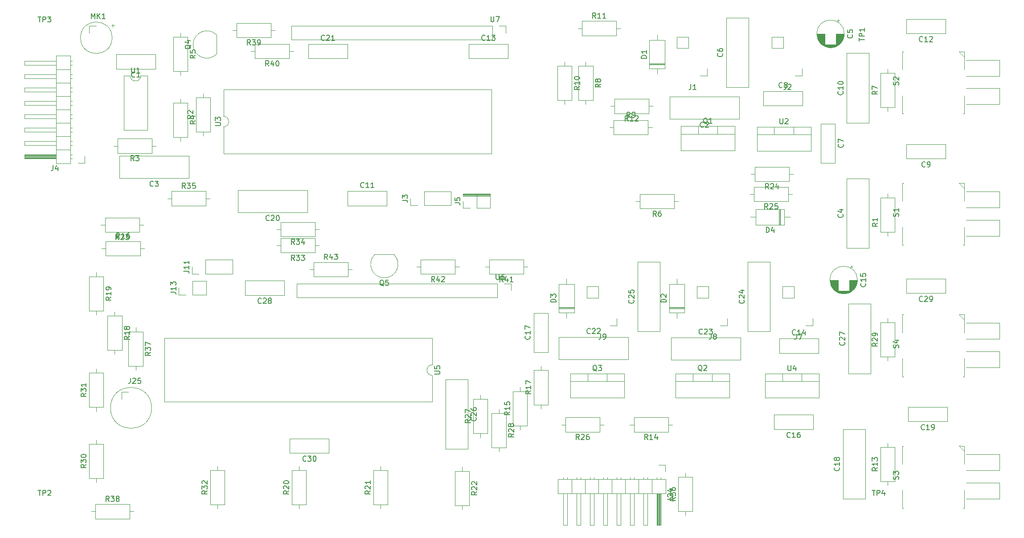
<source format=gbr>
G04 #@! TF.GenerationSoftware,KiCad,Pcbnew,(5.1.5-0-10_14)*
G04 #@! TF.CreationDate,2020-04-26T17:44:24+02:00*
G04 #@! TF.ProjectId,Main_Board_v1,4d61696e-5f42-46f6-9172-645f76312e6b,rev?*
G04 #@! TF.SameCoordinates,Original*
G04 #@! TF.FileFunction,Legend,Top*
G04 #@! TF.FilePolarity,Positive*
%FSLAX46Y46*%
G04 Gerber Fmt 4.6, Leading zero omitted, Abs format (unit mm)*
G04 Created by KiCad (PCBNEW (5.1.5-0-10_14)) date 2020-04-26 17:44:24*
%MOMM*%
%LPD*%
G04 APERTURE LIST*
%ADD10C,0.120000*%
%ADD11C,0.150000*%
G04 APERTURE END LIST*
D10*
X94249376Y-78530905D02*
G75*
G03X96087854Y-82969383I1838478J-1838478D01*
G01*
X97926332Y-78530905D02*
G75*
G02X96087854Y-82969383I-1838478J-1838478D01*
G01*
X97887854Y-78519383D02*
X94287854Y-78519383D01*
X64196332Y-36760905D02*
G75*
G03X59757854Y-38599383I-1838478J-1838478D01*
G01*
X64196332Y-40437861D02*
G75*
G02X59757854Y-38599383I-1838478J1838478D01*
G01*
X64207854Y-40399383D02*
X64207854Y-36799383D01*
X44807854Y-34969383D02*
X44207854Y-34969383D01*
X44507854Y-34969383D02*
X44807854Y-34969383D01*
X44507854Y-34669383D02*
X44507854Y-35269383D01*
X44357854Y-37319383D02*
G75*
G03X44357854Y-37319383I-3000000J0D01*
G01*
X40027854Y-35039383D02*
X41357854Y-35039383D01*
X40027854Y-36369383D02*
X40027854Y-35039383D01*
X51857854Y-107669383D02*
G75*
G03X51857854Y-107669383I-3900000J0D01*
G01*
X46157854Y-104669383D02*
X47487854Y-104669383D01*
X46157854Y-105999383D02*
X46157854Y-104669383D01*
X119187854Y-35039383D02*
X119187854Y-36369383D01*
X117857854Y-35039383D02*
X119187854Y-35039383D01*
X116587854Y-35039383D02*
X116587854Y-37699383D01*
X116587854Y-37699383D02*
X78427854Y-37699383D01*
X116587854Y-35039383D02*
X78427854Y-35039383D01*
X78427854Y-35039383D02*
X78427854Y-37699383D01*
X120187854Y-84039383D02*
X120187854Y-85369383D01*
X118857854Y-84039383D02*
X120187854Y-84039383D01*
X117587854Y-84039383D02*
X117587854Y-86699383D01*
X117587854Y-86699383D02*
X79427854Y-86699383D01*
X117587854Y-84039383D02*
X79427854Y-84039383D01*
X79427854Y-84039383D02*
X79427854Y-86699383D01*
X89977854Y-81369383D02*
X89207854Y-81369383D01*
X81897854Y-81369383D02*
X82667854Y-81369383D01*
X89207854Y-79999383D02*
X82667854Y-79999383D01*
X89207854Y-82739383D02*
X89207854Y-79999383D01*
X82667854Y-82739383D02*
X89207854Y-82739383D01*
X82667854Y-79999383D02*
X82667854Y-82739383D01*
X102237854Y-80869383D02*
X103007854Y-80869383D01*
X110317854Y-80869383D02*
X109547854Y-80869383D01*
X103007854Y-82239383D02*
X109547854Y-82239383D01*
X103007854Y-79499383D02*
X103007854Y-82239383D01*
X109547854Y-79499383D02*
X103007854Y-79499383D01*
X109547854Y-82239383D02*
X109547854Y-79499383D01*
X115237854Y-80869383D02*
X116007854Y-80869383D01*
X123317854Y-80869383D02*
X122547854Y-80869383D01*
X116007854Y-82239383D02*
X122547854Y-82239383D01*
X116007854Y-79499383D02*
X116007854Y-82239383D01*
X122547854Y-79499383D02*
X116007854Y-79499383D01*
X122547854Y-82239383D02*
X122547854Y-79499383D01*
X70737854Y-39869383D02*
X71507854Y-39869383D01*
X78817854Y-39869383D02*
X78047854Y-39869383D01*
X71507854Y-41239383D02*
X78047854Y-41239383D01*
X71507854Y-38499383D02*
X71507854Y-41239383D01*
X78047854Y-38499383D02*
X71507854Y-38499383D01*
X78047854Y-41239383D02*
X78047854Y-38499383D01*
X67237854Y-35869383D02*
X68007854Y-35869383D01*
X75317854Y-35869383D02*
X74547854Y-35869383D01*
X68007854Y-37239383D02*
X74547854Y-37239383D01*
X68007854Y-34499383D02*
X68007854Y-37239383D01*
X74547854Y-34499383D02*
X68007854Y-34499383D01*
X74547854Y-37239383D02*
X74547854Y-34499383D01*
X206281854Y-39940383D02*
X206295854Y-40947383D01*
X205279854Y-39931383D02*
X206281854Y-39940383D01*
X206295854Y-40947383D02*
X205279854Y-39931383D01*
X212976054Y-44579583D02*
X212976054Y-41531583D01*
X212976054Y-41531583D02*
X206626054Y-41531583D01*
X206626054Y-44579583D02*
X212976054Y-44579583D01*
X212950654Y-46941783D02*
X206600654Y-46941783D01*
X212950654Y-49989783D02*
X212950654Y-46941783D01*
X206600654Y-49989783D02*
X212950654Y-49989783D01*
X194498854Y-48313383D02*
X194498854Y-51733383D01*
X194498854Y-51733383D02*
X194788854Y-51733383D01*
X194498854Y-43360383D02*
X194498854Y-39940383D01*
X194498854Y-39940383D02*
X194788854Y-39940383D01*
X206281854Y-48313383D02*
X206281854Y-51733383D01*
X206281854Y-51733383D02*
X205991854Y-51733383D01*
X206281854Y-43360383D02*
X206281854Y-39940383D01*
X206281854Y-39940383D02*
X205991854Y-39940383D01*
X206281854Y-114940383D02*
X206295854Y-115947383D01*
X205279854Y-114931383D02*
X206281854Y-114940383D01*
X206295854Y-115947383D02*
X205279854Y-114931383D01*
X212976054Y-119579583D02*
X212976054Y-116531583D01*
X212976054Y-116531583D02*
X206626054Y-116531583D01*
X206626054Y-119579583D02*
X212976054Y-119579583D01*
X212950654Y-121941783D02*
X206600654Y-121941783D01*
X212950654Y-124989783D02*
X212950654Y-121941783D01*
X206600654Y-124989783D02*
X212950654Y-124989783D01*
X194498854Y-123313383D02*
X194498854Y-126733383D01*
X194498854Y-126733383D02*
X194788854Y-126733383D01*
X194498854Y-118360383D02*
X194498854Y-114940383D01*
X194498854Y-114940383D02*
X194788854Y-114940383D01*
X206281854Y-123313383D02*
X206281854Y-126733383D01*
X206281854Y-126733383D02*
X205991854Y-126733383D01*
X206281854Y-118360383D02*
X206281854Y-114940383D01*
X206281854Y-114940383D02*
X205991854Y-114940383D01*
X48477854Y-127369383D02*
X47707854Y-127369383D01*
X40397854Y-127369383D02*
X41167854Y-127369383D01*
X47707854Y-125999383D02*
X41167854Y-125999383D01*
X47707854Y-128739383D02*
X47707854Y-125999383D01*
X41167854Y-128739383D02*
X47707854Y-128739383D01*
X41167854Y-125999383D02*
X41167854Y-128739383D01*
X48857854Y-100489383D02*
X48857854Y-99719383D01*
X48857854Y-92409383D02*
X48857854Y-93179383D01*
X50227854Y-99719383D02*
X50227854Y-93179383D01*
X47487854Y-99719383D02*
X50227854Y-99719383D01*
X47487854Y-93179383D02*
X47487854Y-99719383D01*
X50227854Y-93179383D02*
X47487854Y-93179383D01*
X153307854Y-120049383D02*
X153307854Y-120819383D01*
X153307854Y-128129383D02*
X153307854Y-127359383D01*
X151937854Y-120819383D02*
X151937854Y-127359383D01*
X154677854Y-120819383D02*
X151937854Y-120819383D01*
X154677854Y-127359383D02*
X154677854Y-120819383D01*
X151937854Y-127359383D02*
X154677854Y-127359383D01*
X62977854Y-67869383D02*
X62207854Y-67869383D01*
X54897854Y-67869383D02*
X55667854Y-67869383D01*
X62207854Y-66499383D02*
X55667854Y-66499383D01*
X62207854Y-69239383D02*
X62207854Y-66499383D01*
X55667854Y-69239383D02*
X62207854Y-69239383D01*
X55667854Y-66499383D02*
X55667854Y-69239383D01*
X78137854Y-116239383D02*
X78137854Y-113499383D01*
X85577854Y-116239383D02*
X85577854Y-113499383D01*
X85577854Y-113499383D02*
X78137854Y-113499383D01*
X85577854Y-116239383D02*
X78137854Y-116239383D01*
X195287854Y-85889383D02*
X195287854Y-83149383D01*
X202727854Y-85889383D02*
X202727854Y-83149383D01*
X202727854Y-83149383D02*
X195287854Y-83149383D01*
X202727854Y-85889383D02*
X195287854Y-85889383D01*
X69637854Y-86239383D02*
X69637854Y-83499383D01*
X77077854Y-86239383D02*
X77077854Y-83499383D01*
X77077854Y-83499383D02*
X69637854Y-83499383D01*
X77077854Y-86239383D02*
X69637854Y-86239383D01*
X184237854Y-87916049D02*
X188477854Y-87916049D01*
X184237854Y-101156049D02*
X188477854Y-101156049D01*
X188477854Y-101156049D02*
X188477854Y-87916049D01*
X184237854Y-101156049D02*
X184237854Y-87916049D01*
X111977854Y-115489383D02*
X107737854Y-115489383D01*
X111977854Y-102249383D02*
X107737854Y-102249383D01*
X107737854Y-102249383D02*
X107737854Y-115489383D01*
X111977854Y-102249383D02*
X111977854Y-115489383D01*
X144187854Y-79899383D02*
X148427854Y-79899383D01*
X144187854Y-93139383D02*
X148427854Y-93139383D01*
X148427854Y-93139383D02*
X148427854Y-79899383D01*
X144187854Y-93139383D02*
X144187854Y-79899383D01*
X165162854Y-79899383D02*
X169402854Y-79899383D01*
X165162854Y-93139383D02*
X169402854Y-93139383D01*
X169402854Y-93139383D02*
X169402854Y-79899383D01*
X165162854Y-93139383D02*
X165162854Y-79899383D01*
X163777854Y-94349383D02*
X163777854Y-98589383D01*
X150537854Y-94349383D02*
X150537854Y-98589383D01*
X150537854Y-98589383D02*
X163777854Y-98589383D01*
X150537854Y-94349383D02*
X163777854Y-94349383D01*
X142477854Y-94249383D02*
X142477854Y-98489383D01*
X129237854Y-94249383D02*
X129237854Y-98489383D01*
X129237854Y-98489383D02*
X142477854Y-98489383D01*
X129237854Y-94249383D02*
X142477854Y-94249383D01*
X89077854Y-38499383D02*
X89077854Y-41239383D01*
X81637854Y-38499383D02*
X81637854Y-41239383D01*
X81637854Y-41239383D02*
X89077854Y-41239383D01*
X81637854Y-38499383D02*
X89077854Y-38499383D01*
X68237854Y-70489383D02*
X68237854Y-66249383D01*
X81477854Y-70489383D02*
X81477854Y-66249383D01*
X81477854Y-66249383D02*
X68237854Y-66249383D01*
X81477854Y-70489383D02*
X68237854Y-70489383D01*
X195637854Y-110239383D02*
X195637854Y-107499383D01*
X203077854Y-110239383D02*
X203077854Y-107499383D01*
X203077854Y-107499383D02*
X195637854Y-107499383D01*
X203077854Y-110239383D02*
X195637854Y-110239383D01*
X183237854Y-111749383D02*
X187477854Y-111749383D01*
X183237854Y-124989383D02*
X187477854Y-124989383D01*
X187477854Y-124989383D02*
X187477854Y-111749383D01*
X183237854Y-124989383D02*
X183237854Y-111749383D01*
X124487854Y-89649383D02*
X127227854Y-89649383D01*
X124487854Y-97089383D02*
X127227854Y-97089383D01*
X127227854Y-97089383D02*
X127227854Y-89649383D01*
X124487854Y-97089383D02*
X124487854Y-89649383D01*
X170137854Y-111739383D02*
X170137854Y-108999383D01*
X177577854Y-111739383D02*
X177577854Y-108999383D01*
X177577854Y-108999383D02*
X170137854Y-108999383D01*
X177577854Y-111739383D02*
X170137854Y-111739383D01*
X185082854Y-80814608D02*
X184582854Y-80814608D01*
X184832854Y-80564608D02*
X184832854Y-81064608D01*
X183641854Y-85970383D02*
X183073854Y-85970383D01*
X183875854Y-85930383D02*
X182839854Y-85930383D01*
X184034854Y-85890383D02*
X182680854Y-85890383D01*
X184162854Y-85850383D02*
X182552854Y-85850383D01*
X184272854Y-85810383D02*
X182442854Y-85810383D01*
X184368854Y-85770383D02*
X182346854Y-85770383D01*
X184455854Y-85730383D02*
X182259854Y-85730383D01*
X184535854Y-85690383D02*
X182179854Y-85690383D01*
X184608854Y-85650383D02*
X182106854Y-85650383D01*
X184676854Y-85610383D02*
X182038854Y-85610383D01*
X184740854Y-85570383D02*
X181974854Y-85570383D01*
X184800854Y-85530383D02*
X181914854Y-85530383D01*
X184857854Y-85490383D02*
X181857854Y-85490383D01*
X184911854Y-85450383D02*
X181803854Y-85450383D01*
X184962854Y-85410383D02*
X181752854Y-85410383D01*
X182317854Y-85370383D02*
X181704854Y-85370383D01*
X185010854Y-85370383D02*
X184397854Y-85370383D01*
X182317854Y-85330383D02*
X181658854Y-85330383D01*
X185056854Y-85330383D02*
X184397854Y-85330383D01*
X182317854Y-85290383D02*
X181614854Y-85290383D01*
X185100854Y-85290383D02*
X184397854Y-85290383D01*
X182317854Y-85250383D02*
X181572854Y-85250383D01*
X185142854Y-85250383D02*
X184397854Y-85250383D01*
X182317854Y-85210383D02*
X181531854Y-85210383D01*
X185183854Y-85210383D02*
X184397854Y-85210383D01*
X182317854Y-85170383D02*
X181493854Y-85170383D01*
X185221854Y-85170383D02*
X184397854Y-85170383D01*
X182317854Y-85130383D02*
X181456854Y-85130383D01*
X185258854Y-85130383D02*
X184397854Y-85130383D01*
X182317854Y-85090383D02*
X181420854Y-85090383D01*
X185294854Y-85090383D02*
X184397854Y-85090383D01*
X182317854Y-85050383D02*
X181386854Y-85050383D01*
X185328854Y-85050383D02*
X184397854Y-85050383D01*
X182317854Y-85010383D02*
X181353854Y-85010383D01*
X185361854Y-85010383D02*
X184397854Y-85010383D01*
X182317854Y-84970383D02*
X181322854Y-84970383D01*
X185392854Y-84970383D02*
X184397854Y-84970383D01*
X182317854Y-84930383D02*
X181292854Y-84930383D01*
X185422854Y-84930383D02*
X184397854Y-84930383D01*
X182317854Y-84890383D02*
X181262854Y-84890383D01*
X185452854Y-84890383D02*
X184397854Y-84890383D01*
X182317854Y-84850383D02*
X181235854Y-84850383D01*
X185479854Y-84850383D02*
X184397854Y-84850383D01*
X182317854Y-84810383D02*
X181208854Y-84810383D01*
X185506854Y-84810383D02*
X184397854Y-84810383D01*
X182317854Y-84770383D02*
X181182854Y-84770383D01*
X185532854Y-84770383D02*
X184397854Y-84770383D01*
X182317854Y-84730383D02*
X181157854Y-84730383D01*
X185557854Y-84730383D02*
X184397854Y-84730383D01*
X182317854Y-84690383D02*
X181133854Y-84690383D01*
X185581854Y-84690383D02*
X184397854Y-84690383D01*
X182317854Y-84650383D02*
X181110854Y-84650383D01*
X185604854Y-84650383D02*
X184397854Y-84650383D01*
X182317854Y-84610383D02*
X181089854Y-84610383D01*
X185625854Y-84610383D02*
X184397854Y-84610383D01*
X182317854Y-84570383D02*
X181067854Y-84570383D01*
X185647854Y-84570383D02*
X184397854Y-84570383D01*
X182317854Y-84530383D02*
X181047854Y-84530383D01*
X185667854Y-84530383D02*
X184397854Y-84530383D01*
X182317854Y-84490383D02*
X181028854Y-84490383D01*
X185686854Y-84490383D02*
X184397854Y-84490383D01*
X182317854Y-84450383D02*
X181009854Y-84450383D01*
X185705854Y-84450383D02*
X184397854Y-84450383D01*
X182317854Y-84410383D02*
X180992854Y-84410383D01*
X185722854Y-84410383D02*
X184397854Y-84410383D01*
X182317854Y-84370383D02*
X180975854Y-84370383D01*
X185739854Y-84370383D02*
X184397854Y-84370383D01*
X182317854Y-84330383D02*
X180959854Y-84330383D01*
X185755854Y-84330383D02*
X184397854Y-84330383D01*
X182317854Y-84290383D02*
X180943854Y-84290383D01*
X185771854Y-84290383D02*
X184397854Y-84290383D01*
X182317854Y-84250383D02*
X180929854Y-84250383D01*
X185785854Y-84250383D02*
X184397854Y-84250383D01*
X182317854Y-84210383D02*
X180915854Y-84210383D01*
X185799854Y-84210383D02*
X184397854Y-84210383D01*
X182317854Y-84170383D02*
X180902854Y-84170383D01*
X185812854Y-84170383D02*
X184397854Y-84170383D01*
X182317854Y-84130383D02*
X180889854Y-84130383D01*
X185825854Y-84130383D02*
X184397854Y-84130383D01*
X182317854Y-84090383D02*
X180877854Y-84090383D01*
X185837854Y-84090383D02*
X184397854Y-84090383D01*
X182317854Y-84049383D02*
X180866854Y-84049383D01*
X185848854Y-84049383D02*
X184397854Y-84049383D01*
X182317854Y-84009383D02*
X180856854Y-84009383D01*
X185858854Y-84009383D02*
X184397854Y-84009383D01*
X182317854Y-83969383D02*
X180846854Y-83969383D01*
X185868854Y-83969383D02*
X184397854Y-83969383D01*
X182317854Y-83929383D02*
X180837854Y-83929383D01*
X185877854Y-83929383D02*
X184397854Y-83929383D01*
X182317854Y-83889383D02*
X180829854Y-83889383D01*
X185885854Y-83889383D02*
X184397854Y-83889383D01*
X182317854Y-83849383D02*
X180821854Y-83849383D01*
X185893854Y-83849383D02*
X184397854Y-83849383D01*
X182317854Y-83809383D02*
X180814854Y-83809383D01*
X185900854Y-83809383D02*
X184397854Y-83809383D01*
X182317854Y-83769383D02*
X180807854Y-83769383D01*
X185907854Y-83769383D02*
X184397854Y-83769383D01*
X182317854Y-83729383D02*
X180801854Y-83729383D01*
X185913854Y-83729383D02*
X184397854Y-83729383D01*
X182317854Y-83689383D02*
X180796854Y-83689383D01*
X185918854Y-83689383D02*
X184397854Y-83689383D01*
X182317854Y-83649383D02*
X180792854Y-83649383D01*
X185922854Y-83649383D02*
X184397854Y-83649383D01*
X182317854Y-83609383D02*
X180788854Y-83609383D01*
X185926854Y-83609383D02*
X184397854Y-83609383D01*
X182317854Y-83569383D02*
X180784854Y-83569383D01*
X185930854Y-83569383D02*
X184397854Y-83569383D01*
X182317854Y-83529383D02*
X180781854Y-83529383D01*
X185933854Y-83529383D02*
X184397854Y-83529383D01*
X182317854Y-83489383D02*
X180779854Y-83489383D01*
X185935854Y-83489383D02*
X184397854Y-83489383D01*
X182317854Y-83449383D02*
X180778854Y-83449383D01*
X185936854Y-83449383D02*
X184397854Y-83449383D01*
X185937854Y-83409383D02*
X184397854Y-83409383D01*
X182317854Y-83409383D02*
X180777854Y-83409383D01*
X185937854Y-83369383D02*
X184397854Y-83369383D01*
X182317854Y-83369383D02*
X180777854Y-83369383D01*
X185977854Y-83369383D02*
G75*
G03X185977854Y-83369383I-2620000J0D01*
G01*
X178577854Y-94499383D02*
X178577854Y-97239383D01*
X171137854Y-94499383D02*
X171137854Y-97239383D01*
X171137854Y-97239383D02*
X178577854Y-97239383D01*
X171137854Y-94499383D02*
X178577854Y-94499383D01*
X119577854Y-38499383D02*
X119577854Y-41239383D01*
X112137854Y-38499383D02*
X112137854Y-41239383D01*
X112137854Y-41239383D02*
X119577854Y-41239383D01*
X112137854Y-38499383D02*
X119577854Y-38499383D01*
X195287854Y-36489383D02*
X195287854Y-33749383D01*
X202727854Y-36489383D02*
X202727854Y-33749383D01*
X202727854Y-33749383D02*
X195287854Y-33749383D01*
X202727854Y-36489383D02*
X195287854Y-36489383D01*
X96577854Y-66499383D02*
X96577854Y-69239383D01*
X89137854Y-66499383D02*
X89137854Y-69239383D01*
X89137854Y-69239383D02*
X96577854Y-69239383D01*
X89137854Y-66499383D02*
X96577854Y-66499383D01*
X183937854Y-40249383D02*
X188177854Y-40249383D01*
X183937854Y-53489383D02*
X188177854Y-53489383D01*
X188177854Y-53489383D02*
X188177854Y-40249383D01*
X183937854Y-53489383D02*
X183937854Y-40249383D01*
X195287854Y-60289383D02*
X195287854Y-57549383D01*
X202727854Y-60289383D02*
X202727854Y-57549383D01*
X202727854Y-57549383D02*
X195287854Y-57549383D01*
X202727854Y-60289383D02*
X195287854Y-60289383D01*
X175577854Y-47499383D02*
X175577854Y-50239383D01*
X168137854Y-47499383D02*
X168137854Y-50239383D01*
X168137854Y-50239383D02*
X175577854Y-50239383D01*
X168137854Y-47499383D02*
X175577854Y-47499383D01*
X181727854Y-61089383D02*
X178987854Y-61089383D01*
X181727854Y-53649383D02*
X178987854Y-53649383D01*
X178987854Y-53649383D02*
X178987854Y-61089383D01*
X181727854Y-53649383D02*
X181727854Y-61089383D01*
X161047854Y-33499383D02*
X165287854Y-33499383D01*
X161047854Y-46739383D02*
X165287854Y-46739383D01*
X165287854Y-46739383D02*
X165287854Y-33499383D01*
X161047854Y-46739383D02*
X161047854Y-33499383D01*
X182582854Y-34014608D02*
X182082854Y-34014608D01*
X182332854Y-33764608D02*
X182332854Y-34264608D01*
X181141854Y-39170383D02*
X180573854Y-39170383D01*
X181375854Y-39130383D02*
X180339854Y-39130383D01*
X181534854Y-39090383D02*
X180180854Y-39090383D01*
X181662854Y-39050383D02*
X180052854Y-39050383D01*
X181772854Y-39010383D02*
X179942854Y-39010383D01*
X181868854Y-38970383D02*
X179846854Y-38970383D01*
X181955854Y-38930383D02*
X179759854Y-38930383D01*
X182035854Y-38890383D02*
X179679854Y-38890383D01*
X182108854Y-38850383D02*
X179606854Y-38850383D01*
X182176854Y-38810383D02*
X179538854Y-38810383D01*
X182240854Y-38770383D02*
X179474854Y-38770383D01*
X182300854Y-38730383D02*
X179414854Y-38730383D01*
X182357854Y-38690383D02*
X179357854Y-38690383D01*
X182411854Y-38650383D02*
X179303854Y-38650383D01*
X182462854Y-38610383D02*
X179252854Y-38610383D01*
X179817854Y-38570383D02*
X179204854Y-38570383D01*
X182510854Y-38570383D02*
X181897854Y-38570383D01*
X179817854Y-38530383D02*
X179158854Y-38530383D01*
X182556854Y-38530383D02*
X181897854Y-38530383D01*
X179817854Y-38490383D02*
X179114854Y-38490383D01*
X182600854Y-38490383D02*
X181897854Y-38490383D01*
X179817854Y-38450383D02*
X179072854Y-38450383D01*
X182642854Y-38450383D02*
X181897854Y-38450383D01*
X179817854Y-38410383D02*
X179031854Y-38410383D01*
X182683854Y-38410383D02*
X181897854Y-38410383D01*
X179817854Y-38370383D02*
X178993854Y-38370383D01*
X182721854Y-38370383D02*
X181897854Y-38370383D01*
X179817854Y-38330383D02*
X178956854Y-38330383D01*
X182758854Y-38330383D02*
X181897854Y-38330383D01*
X179817854Y-38290383D02*
X178920854Y-38290383D01*
X182794854Y-38290383D02*
X181897854Y-38290383D01*
X179817854Y-38250383D02*
X178886854Y-38250383D01*
X182828854Y-38250383D02*
X181897854Y-38250383D01*
X179817854Y-38210383D02*
X178853854Y-38210383D01*
X182861854Y-38210383D02*
X181897854Y-38210383D01*
X179817854Y-38170383D02*
X178822854Y-38170383D01*
X182892854Y-38170383D02*
X181897854Y-38170383D01*
X179817854Y-38130383D02*
X178792854Y-38130383D01*
X182922854Y-38130383D02*
X181897854Y-38130383D01*
X179817854Y-38090383D02*
X178762854Y-38090383D01*
X182952854Y-38090383D02*
X181897854Y-38090383D01*
X179817854Y-38050383D02*
X178735854Y-38050383D01*
X182979854Y-38050383D02*
X181897854Y-38050383D01*
X179817854Y-38010383D02*
X178708854Y-38010383D01*
X183006854Y-38010383D02*
X181897854Y-38010383D01*
X179817854Y-37970383D02*
X178682854Y-37970383D01*
X183032854Y-37970383D02*
X181897854Y-37970383D01*
X179817854Y-37930383D02*
X178657854Y-37930383D01*
X183057854Y-37930383D02*
X181897854Y-37930383D01*
X179817854Y-37890383D02*
X178633854Y-37890383D01*
X183081854Y-37890383D02*
X181897854Y-37890383D01*
X179817854Y-37850383D02*
X178610854Y-37850383D01*
X183104854Y-37850383D02*
X181897854Y-37850383D01*
X179817854Y-37810383D02*
X178589854Y-37810383D01*
X183125854Y-37810383D02*
X181897854Y-37810383D01*
X179817854Y-37770383D02*
X178567854Y-37770383D01*
X183147854Y-37770383D02*
X181897854Y-37770383D01*
X179817854Y-37730383D02*
X178547854Y-37730383D01*
X183167854Y-37730383D02*
X181897854Y-37730383D01*
X179817854Y-37690383D02*
X178528854Y-37690383D01*
X183186854Y-37690383D02*
X181897854Y-37690383D01*
X179817854Y-37650383D02*
X178509854Y-37650383D01*
X183205854Y-37650383D02*
X181897854Y-37650383D01*
X179817854Y-37610383D02*
X178492854Y-37610383D01*
X183222854Y-37610383D02*
X181897854Y-37610383D01*
X179817854Y-37570383D02*
X178475854Y-37570383D01*
X183239854Y-37570383D02*
X181897854Y-37570383D01*
X179817854Y-37530383D02*
X178459854Y-37530383D01*
X183255854Y-37530383D02*
X181897854Y-37530383D01*
X179817854Y-37490383D02*
X178443854Y-37490383D01*
X183271854Y-37490383D02*
X181897854Y-37490383D01*
X179817854Y-37450383D02*
X178429854Y-37450383D01*
X183285854Y-37450383D02*
X181897854Y-37450383D01*
X179817854Y-37410383D02*
X178415854Y-37410383D01*
X183299854Y-37410383D02*
X181897854Y-37410383D01*
X179817854Y-37370383D02*
X178402854Y-37370383D01*
X183312854Y-37370383D02*
X181897854Y-37370383D01*
X179817854Y-37330383D02*
X178389854Y-37330383D01*
X183325854Y-37330383D02*
X181897854Y-37330383D01*
X179817854Y-37290383D02*
X178377854Y-37290383D01*
X183337854Y-37290383D02*
X181897854Y-37290383D01*
X179817854Y-37249383D02*
X178366854Y-37249383D01*
X183348854Y-37249383D02*
X181897854Y-37249383D01*
X179817854Y-37209383D02*
X178356854Y-37209383D01*
X183358854Y-37209383D02*
X181897854Y-37209383D01*
X179817854Y-37169383D02*
X178346854Y-37169383D01*
X183368854Y-37169383D02*
X181897854Y-37169383D01*
X179817854Y-37129383D02*
X178337854Y-37129383D01*
X183377854Y-37129383D02*
X181897854Y-37129383D01*
X179817854Y-37089383D02*
X178329854Y-37089383D01*
X183385854Y-37089383D02*
X181897854Y-37089383D01*
X179817854Y-37049383D02*
X178321854Y-37049383D01*
X183393854Y-37049383D02*
X181897854Y-37049383D01*
X179817854Y-37009383D02*
X178314854Y-37009383D01*
X183400854Y-37009383D02*
X181897854Y-37009383D01*
X179817854Y-36969383D02*
X178307854Y-36969383D01*
X183407854Y-36969383D02*
X181897854Y-36969383D01*
X179817854Y-36929383D02*
X178301854Y-36929383D01*
X183413854Y-36929383D02*
X181897854Y-36929383D01*
X179817854Y-36889383D02*
X178296854Y-36889383D01*
X183418854Y-36889383D02*
X181897854Y-36889383D01*
X179817854Y-36849383D02*
X178292854Y-36849383D01*
X183422854Y-36849383D02*
X181897854Y-36849383D01*
X179817854Y-36809383D02*
X178288854Y-36809383D01*
X183426854Y-36809383D02*
X181897854Y-36809383D01*
X179817854Y-36769383D02*
X178284854Y-36769383D01*
X183430854Y-36769383D02*
X181897854Y-36769383D01*
X179817854Y-36729383D02*
X178281854Y-36729383D01*
X183433854Y-36729383D02*
X181897854Y-36729383D01*
X179817854Y-36689383D02*
X178279854Y-36689383D01*
X183435854Y-36689383D02*
X181897854Y-36689383D01*
X179817854Y-36649383D02*
X178278854Y-36649383D01*
X183436854Y-36649383D02*
X181897854Y-36649383D01*
X183437854Y-36609383D02*
X181897854Y-36609383D01*
X179817854Y-36609383D02*
X178277854Y-36609383D01*
X183437854Y-36569383D02*
X181897854Y-36569383D01*
X179817854Y-36569383D02*
X178277854Y-36569383D01*
X183477854Y-36569383D02*
G75*
G03X183477854Y-36569383I-2620000J0D01*
G01*
X183937854Y-64082716D02*
X188177854Y-64082716D01*
X183937854Y-77322716D02*
X188177854Y-77322716D01*
X188177854Y-77322716D02*
X188177854Y-64082716D01*
X183937854Y-77322716D02*
X183937854Y-64082716D01*
X45737854Y-63989383D02*
X45737854Y-59749383D01*
X58977854Y-63989383D02*
X58977854Y-59749383D01*
X58977854Y-59749383D02*
X45737854Y-59749383D01*
X58977854Y-63989383D02*
X45737854Y-63989383D01*
X150277854Y-52769383D02*
X150277854Y-48529383D01*
X163517854Y-52769383D02*
X163517854Y-48529383D01*
X163517854Y-48529383D02*
X150277854Y-48529383D01*
X163517854Y-52769383D02*
X150277854Y-52769383D01*
X45137854Y-43239383D02*
X45137854Y-40499383D01*
X52577854Y-43239383D02*
X52577854Y-40499383D01*
X52577854Y-40499383D02*
X45137854Y-40499383D01*
X52577854Y-43239383D02*
X45137854Y-43239383D01*
X105187854Y-101489383D02*
G75*
G02X105187854Y-99489383I0J1000000D01*
G01*
X105187854Y-99489383D02*
X105187854Y-94429383D01*
X105187854Y-94429383D02*
X54267854Y-94429383D01*
X54267854Y-94429383D02*
X54267854Y-106549383D01*
X54267854Y-106549383D02*
X105187854Y-106549383D01*
X105187854Y-106549383D02*
X105187854Y-101489383D01*
X175398854Y-101139383D02*
X175398854Y-102649383D01*
X171697854Y-101139383D02*
X171697854Y-102649383D01*
X168427854Y-102649383D02*
X178667854Y-102649383D01*
X178667854Y-101139383D02*
X178667854Y-105780383D01*
X168427854Y-101139383D02*
X168427854Y-105780383D01*
X168427854Y-105780383D02*
X178667854Y-105780383D01*
X168427854Y-101139383D02*
X178667854Y-101139383D01*
X65527854Y-52249383D02*
G75*
G02X65527854Y-54249383I0J-1000000D01*
G01*
X65527854Y-54249383D02*
X65527854Y-59309383D01*
X65527854Y-59309383D02*
X116447854Y-59309383D01*
X116447854Y-59309383D02*
X116447854Y-47189383D01*
X116447854Y-47189383D02*
X65527854Y-47189383D01*
X65527854Y-47189383D02*
X65527854Y-52249383D01*
X173848854Y-54239383D02*
X173848854Y-55749383D01*
X170147854Y-54239383D02*
X170147854Y-55749383D01*
X166877854Y-55749383D02*
X177117854Y-55749383D01*
X177117854Y-54239383D02*
X177117854Y-58880383D01*
X166877854Y-54239383D02*
X166877854Y-58880383D01*
X166877854Y-58880383D02*
X177117854Y-58880383D01*
X166877854Y-54239383D02*
X177117854Y-54239383D01*
X51067854Y-44539383D02*
X49817854Y-44539383D01*
X51067854Y-54819383D02*
X51067854Y-44539383D01*
X46567854Y-54819383D02*
X51067854Y-54819383D01*
X46567854Y-44539383D02*
X46567854Y-54819383D01*
X47817854Y-44539383D02*
X46567854Y-44539383D01*
X49817854Y-44539383D02*
G75*
G02X47817854Y-44539383I-1000000J0D01*
G01*
X206281854Y-89940383D02*
X206295854Y-90947383D01*
X205279854Y-89931383D02*
X206281854Y-89940383D01*
X206295854Y-90947383D02*
X205279854Y-89931383D01*
X212976054Y-94579583D02*
X212976054Y-91531583D01*
X212976054Y-91531583D02*
X206626054Y-91531583D01*
X206626054Y-94579583D02*
X212976054Y-94579583D01*
X212950654Y-96941783D02*
X206600654Y-96941783D01*
X212950654Y-99989783D02*
X212950654Y-96941783D01*
X206600654Y-99989783D02*
X212950654Y-99989783D01*
X194498854Y-98313383D02*
X194498854Y-101733383D01*
X194498854Y-101733383D02*
X194788854Y-101733383D01*
X194498854Y-93360383D02*
X194498854Y-89940383D01*
X194498854Y-89940383D02*
X194788854Y-89940383D01*
X206281854Y-98313383D02*
X206281854Y-101733383D01*
X206281854Y-101733383D02*
X205991854Y-101733383D01*
X206281854Y-93360383D02*
X206281854Y-89940383D01*
X206281854Y-89940383D02*
X205991854Y-89940383D01*
X206281854Y-64940383D02*
X206295854Y-65947383D01*
X205279854Y-64931383D02*
X206281854Y-64940383D01*
X206295854Y-65947383D02*
X205279854Y-64931383D01*
X212976054Y-69579583D02*
X212976054Y-66531583D01*
X212976054Y-66531583D02*
X206626054Y-66531583D01*
X206626054Y-69579583D02*
X212976054Y-69579583D01*
X212950654Y-71941783D02*
X206600654Y-71941783D01*
X212950654Y-74989783D02*
X212950654Y-71941783D01*
X206600654Y-74989783D02*
X212950654Y-74989783D01*
X194498854Y-73313383D02*
X194498854Y-76733383D01*
X194498854Y-76733383D02*
X194788854Y-76733383D01*
X194498854Y-68360383D02*
X194498854Y-64940383D01*
X194498854Y-64940383D02*
X194788854Y-64940383D01*
X206281854Y-73313383D02*
X206281854Y-76733383D01*
X206281854Y-76733383D02*
X205991854Y-76733383D01*
X206281854Y-68360383D02*
X206281854Y-64940383D01*
X206281854Y-64940383D02*
X205991854Y-64940383D01*
X75641854Y-73763383D02*
X76411854Y-73763383D01*
X83721854Y-73763383D02*
X82951854Y-73763383D01*
X76411854Y-75133383D02*
X82951854Y-75133383D01*
X76411854Y-72393383D02*
X76411854Y-75133383D01*
X82951854Y-72393383D02*
X76411854Y-72393383D01*
X82951854Y-75133383D02*
X82951854Y-72393383D01*
X75641854Y-76811383D02*
X76411854Y-76811383D01*
X83721854Y-76811383D02*
X82951854Y-76811383D01*
X76411854Y-78181383D02*
X82951854Y-78181383D01*
X76411854Y-75441383D02*
X76411854Y-78181383D01*
X82951854Y-75441383D02*
X76411854Y-75441383D01*
X82951854Y-78181383D02*
X82951854Y-75441383D01*
X64357854Y-118749383D02*
X64357854Y-119519383D01*
X64357854Y-126829383D02*
X64357854Y-126059383D01*
X62987854Y-119519383D02*
X62987854Y-126059383D01*
X65727854Y-119519383D02*
X62987854Y-119519383D01*
X65727854Y-126059383D02*
X65727854Y-119519383D01*
X62987854Y-126059383D02*
X65727854Y-126059383D01*
X41357854Y-100249383D02*
X41357854Y-101019383D01*
X41357854Y-108329383D02*
X41357854Y-107559383D01*
X39987854Y-101019383D02*
X39987854Y-107559383D01*
X42727854Y-101019383D02*
X39987854Y-101019383D01*
X42727854Y-107559383D02*
X42727854Y-101019383D01*
X39987854Y-107559383D02*
X42727854Y-107559383D01*
X41357854Y-113749383D02*
X41357854Y-114519383D01*
X41357854Y-121829383D02*
X41357854Y-121059383D01*
X39987854Y-114519383D02*
X39987854Y-121059383D01*
X42727854Y-114519383D02*
X39987854Y-114519383D01*
X42727854Y-121059383D02*
X42727854Y-114519383D01*
X39987854Y-121059383D02*
X42727854Y-121059383D01*
X191707854Y-90649383D02*
X191707854Y-91419383D01*
X191707854Y-98729383D02*
X191707854Y-97959383D01*
X190337854Y-91419383D02*
X190337854Y-97959383D01*
X193077854Y-91419383D02*
X190337854Y-91419383D01*
X193077854Y-97959383D02*
X193077854Y-91419383D01*
X190337854Y-97959383D02*
X193077854Y-97959383D01*
X117857854Y-115989383D02*
X117857854Y-115219383D01*
X117857854Y-107909383D02*
X117857854Y-108679383D01*
X119227854Y-115219383D02*
X119227854Y-108679383D01*
X116487854Y-115219383D02*
X119227854Y-115219383D01*
X116487854Y-108679383D02*
X116487854Y-115219383D01*
X119227854Y-108679383D02*
X116487854Y-108679383D01*
X114357854Y-105249383D02*
X114357854Y-106019383D01*
X114357854Y-113329383D02*
X114357854Y-112559383D01*
X112987854Y-106019383D02*
X112987854Y-112559383D01*
X115727854Y-106019383D02*
X112987854Y-106019383D01*
X115727854Y-112559383D02*
X115727854Y-106019383D01*
X112987854Y-112559383D02*
X115727854Y-112559383D01*
X129737854Y-110869383D02*
X130507854Y-110869383D01*
X137817854Y-110869383D02*
X137047854Y-110869383D01*
X130507854Y-112239383D02*
X137047854Y-112239383D01*
X130507854Y-109499383D02*
X130507854Y-112239383D01*
X137047854Y-109499383D02*
X130507854Y-109499383D01*
X137047854Y-112239383D02*
X137047854Y-109499383D01*
X165557854Y-67039383D02*
X166327854Y-67039383D01*
X173637854Y-67039383D02*
X172867854Y-67039383D01*
X166327854Y-68409383D02*
X172867854Y-68409383D01*
X166327854Y-65669383D02*
X166327854Y-68409383D01*
X172867854Y-65669383D02*
X166327854Y-65669383D01*
X172867854Y-68409383D02*
X172867854Y-65669383D01*
X165707854Y-63239383D02*
X166477854Y-63239383D01*
X173787854Y-63239383D02*
X173017854Y-63239383D01*
X166477854Y-64609383D02*
X173017854Y-64609383D01*
X166477854Y-61869383D02*
X166477854Y-64609383D01*
X173017854Y-61869383D02*
X166477854Y-61869383D01*
X173017854Y-64609383D02*
X173017854Y-61869383D01*
X42237854Y-72869383D02*
X43007854Y-72869383D01*
X50317854Y-72869383D02*
X49547854Y-72869383D01*
X43007854Y-74239383D02*
X49547854Y-74239383D01*
X43007854Y-71499383D02*
X43007854Y-74239383D01*
X49547854Y-71499383D02*
X43007854Y-71499383D01*
X49547854Y-74239383D02*
X49547854Y-71499383D01*
X110857854Y-126989383D02*
X110857854Y-126219383D01*
X110857854Y-118909383D02*
X110857854Y-119679383D01*
X112227854Y-126219383D02*
X112227854Y-119679383D01*
X109487854Y-126219383D02*
X112227854Y-126219383D01*
X109487854Y-119679383D02*
X109487854Y-126219383D01*
X112227854Y-119679383D02*
X109487854Y-119679383D01*
X95357854Y-118749383D02*
X95357854Y-119519383D01*
X95357854Y-126829383D02*
X95357854Y-126059383D01*
X93987854Y-119519383D02*
X93987854Y-126059383D01*
X96727854Y-119519383D02*
X93987854Y-119519383D01*
X96727854Y-126059383D02*
X96727854Y-119519383D01*
X93987854Y-126059383D02*
X96727854Y-126059383D01*
X79857854Y-118749383D02*
X79857854Y-119519383D01*
X79857854Y-126829383D02*
X79857854Y-126059383D01*
X78487854Y-119519383D02*
X78487854Y-126059383D01*
X81227854Y-119519383D02*
X78487854Y-119519383D01*
X81227854Y-126059383D02*
X81227854Y-119519383D01*
X78487854Y-126059383D02*
X81227854Y-126059383D01*
X41357854Y-89989383D02*
X41357854Y-89219383D01*
X41357854Y-81909383D02*
X41357854Y-82679383D01*
X42727854Y-89219383D02*
X42727854Y-82679383D01*
X39987854Y-89219383D02*
X42727854Y-89219383D01*
X39987854Y-82679383D02*
X39987854Y-89219383D01*
X42727854Y-82679383D02*
X39987854Y-82679383D01*
X44857854Y-97489383D02*
X44857854Y-96719383D01*
X44857854Y-89409383D02*
X44857854Y-90179383D01*
X46227854Y-96719383D02*
X46227854Y-90179383D01*
X43487854Y-96719383D02*
X46227854Y-96719383D01*
X43487854Y-90179383D02*
X43487854Y-96719383D01*
X46227854Y-90179383D02*
X43487854Y-90179383D01*
X125857854Y-99749383D02*
X125857854Y-100519383D01*
X125857854Y-107829383D02*
X125857854Y-107059383D01*
X124487854Y-100519383D02*
X124487854Y-107059383D01*
X127227854Y-100519383D02*
X124487854Y-100519383D01*
X127227854Y-107059383D02*
X127227854Y-100519383D01*
X124487854Y-107059383D02*
X127227854Y-107059383D01*
X50477854Y-77369383D02*
X49707854Y-77369383D01*
X42397854Y-77369383D02*
X43167854Y-77369383D01*
X49707854Y-75999383D02*
X43167854Y-75999383D01*
X49707854Y-78739383D02*
X49707854Y-75999383D01*
X43167854Y-78739383D02*
X49707854Y-78739383D01*
X43167854Y-75999383D02*
X43167854Y-78739383D01*
X121857854Y-103749383D02*
X121857854Y-104519383D01*
X121857854Y-111829383D02*
X121857854Y-111059383D01*
X120487854Y-104519383D02*
X120487854Y-111059383D01*
X123227854Y-104519383D02*
X120487854Y-104519383D01*
X123227854Y-111059383D02*
X123227854Y-104519383D01*
X120487854Y-111059383D02*
X123227854Y-111059383D01*
X142737854Y-110869383D02*
X143507854Y-110869383D01*
X150817854Y-110869383D02*
X150047854Y-110869383D01*
X143507854Y-112239383D02*
X150047854Y-112239383D01*
X143507854Y-109499383D02*
X143507854Y-112239383D01*
X150047854Y-109499383D02*
X143507854Y-109499383D01*
X150047854Y-112239383D02*
X150047854Y-109499383D01*
X191707854Y-114349383D02*
X191707854Y-115119383D01*
X191707854Y-122429383D02*
X191707854Y-121659383D01*
X190337854Y-115119383D02*
X190337854Y-121659383D01*
X193077854Y-115119383D02*
X190337854Y-115119383D01*
X193077854Y-121659383D02*
X193077854Y-115119383D01*
X190337854Y-121659383D02*
X193077854Y-121659383D01*
X139037854Y-50319383D02*
X139807854Y-50319383D01*
X147117854Y-50319383D02*
X146347854Y-50319383D01*
X139807854Y-51689383D02*
X146347854Y-51689383D01*
X139807854Y-48949383D02*
X139807854Y-51689383D01*
X146347854Y-48949383D02*
X139807854Y-48949383D01*
X146347854Y-51689383D02*
X146347854Y-48949383D01*
X140927854Y-35519383D02*
X140157854Y-35519383D01*
X132847854Y-35519383D02*
X133617854Y-35519383D01*
X140157854Y-34149383D02*
X133617854Y-34149383D01*
X140157854Y-36889383D02*
X140157854Y-34149383D01*
X133617854Y-36889383D02*
X140157854Y-36889383D01*
X133617854Y-34149383D02*
X133617854Y-36889383D01*
X130357854Y-49989383D02*
X130357854Y-49219383D01*
X130357854Y-41909383D02*
X130357854Y-42679383D01*
X131727854Y-49219383D02*
X131727854Y-42679383D01*
X128987854Y-49219383D02*
X131727854Y-49219383D01*
X128987854Y-42679383D02*
X128987854Y-49219383D01*
X131727854Y-42679383D02*
X128987854Y-42679383D01*
X146977854Y-54369383D02*
X146207854Y-54369383D01*
X138897854Y-54369383D02*
X139667854Y-54369383D01*
X146207854Y-52999383D02*
X139667854Y-52999383D01*
X146207854Y-55739383D02*
X146207854Y-52999383D01*
X139667854Y-55739383D02*
X146207854Y-55739383D01*
X139667854Y-52999383D02*
X139667854Y-55739383D01*
X134357854Y-49989383D02*
X134357854Y-49219383D01*
X134357854Y-41909383D02*
X134357854Y-42679383D01*
X135727854Y-49219383D02*
X135727854Y-42679383D01*
X132987854Y-49219383D02*
X135727854Y-49219383D01*
X132987854Y-42679383D02*
X132987854Y-49219383D01*
X135727854Y-42679383D02*
X132987854Y-42679383D01*
X191707854Y-43249383D02*
X191707854Y-44019383D01*
X191707854Y-51329383D02*
X191707854Y-50559383D01*
X190337854Y-44019383D02*
X190337854Y-50559383D01*
X193077854Y-44019383D02*
X190337854Y-44019383D01*
X193077854Y-50559383D02*
X193077854Y-44019383D01*
X190337854Y-50559383D02*
X193077854Y-50559383D01*
X143887854Y-68429383D02*
X144657854Y-68429383D01*
X151967854Y-68429383D02*
X151197854Y-68429383D01*
X144657854Y-69799383D02*
X151197854Y-69799383D01*
X144657854Y-67059383D02*
X144657854Y-69799383D01*
X151197854Y-67059383D02*
X144657854Y-67059383D01*
X151197854Y-69799383D02*
X151197854Y-67059383D01*
X57357854Y-44489383D02*
X57357854Y-43719383D01*
X57357854Y-36409383D02*
X57357854Y-37179383D01*
X58727854Y-43719383D02*
X58727854Y-37179383D01*
X55987854Y-43719383D02*
X58727854Y-43719383D01*
X55987854Y-37179383D02*
X55987854Y-43719383D01*
X58727854Y-37179383D02*
X55987854Y-37179383D01*
X57357854Y-56989383D02*
X57357854Y-56219383D01*
X57357854Y-48909383D02*
X57357854Y-49679383D01*
X58727854Y-56219383D02*
X58727854Y-49679383D01*
X55987854Y-56219383D02*
X58727854Y-56219383D01*
X55987854Y-49679383D02*
X55987854Y-56219383D01*
X58727854Y-49679383D02*
X55987854Y-49679383D01*
X44637854Y-57869383D02*
X45407854Y-57869383D01*
X52717854Y-57869383D02*
X51947854Y-57869383D01*
X45407854Y-59239383D02*
X51947854Y-59239383D01*
X45407854Y-56499383D02*
X45407854Y-59239383D01*
X51947854Y-56499383D02*
X45407854Y-56499383D01*
X51947854Y-59239383D02*
X51947854Y-56499383D01*
X61647854Y-47879383D02*
X61647854Y-48649383D01*
X61647854Y-55959383D02*
X61647854Y-55189383D01*
X60277854Y-48649383D02*
X60277854Y-55189383D01*
X63017854Y-48649383D02*
X60277854Y-48649383D01*
X63017854Y-55189383D02*
X63017854Y-48649383D01*
X60277854Y-55189383D02*
X63017854Y-55189383D01*
X191707854Y-66949383D02*
X191707854Y-67719383D01*
X191707854Y-75029383D02*
X191707854Y-74259383D01*
X190337854Y-67719383D02*
X190337854Y-74259383D01*
X193077854Y-67719383D02*
X190337854Y-67719383D01*
X193077854Y-74259383D02*
X193077854Y-67719383D01*
X190337854Y-74259383D02*
X193077854Y-74259383D01*
X138398854Y-101139383D02*
X138398854Y-102649383D01*
X134697854Y-101139383D02*
X134697854Y-102649383D01*
X131427854Y-102649383D02*
X141667854Y-102649383D01*
X141667854Y-101139383D02*
X141667854Y-105780383D01*
X131427854Y-101139383D02*
X131427854Y-105780383D01*
X131427854Y-105780383D02*
X141667854Y-105780383D01*
X131427854Y-101139383D02*
X141667854Y-101139383D01*
X158398854Y-101139383D02*
X158398854Y-102649383D01*
X154697854Y-101139383D02*
X154697854Y-102649383D01*
X151427854Y-102649383D02*
X161667854Y-102649383D01*
X161667854Y-101139383D02*
X161667854Y-105780383D01*
X151427854Y-101139383D02*
X151427854Y-105780383D01*
X151427854Y-105780383D02*
X161667854Y-105780383D01*
X151427854Y-101139383D02*
X161667854Y-101139383D01*
X159398854Y-54139383D02*
X159398854Y-55649383D01*
X155697854Y-54139383D02*
X155697854Y-55649383D01*
X152427854Y-55649383D02*
X162667854Y-55649383D01*
X162667854Y-54139383D02*
X162667854Y-58780383D01*
X152427854Y-54139383D02*
X152427854Y-58780383D01*
X152427854Y-58780383D02*
X162667854Y-58780383D01*
X152427854Y-54139383D02*
X162667854Y-54139383D01*
X149477854Y-118549383D02*
X149477854Y-119819383D01*
X148207854Y-118549383D02*
X149477854Y-118549383D01*
X130047854Y-120862312D02*
X130047854Y-121259383D01*
X130807854Y-120862312D02*
X130807854Y-121259383D01*
X130047854Y-129919383D02*
X130047854Y-123919383D01*
X130807854Y-129919383D02*
X130047854Y-129919383D01*
X130807854Y-123919383D02*
X130807854Y-129919383D01*
X131697854Y-121259383D02*
X131697854Y-123919383D01*
X132587854Y-120862312D02*
X132587854Y-121259383D01*
X133347854Y-120862312D02*
X133347854Y-121259383D01*
X132587854Y-129919383D02*
X132587854Y-123919383D01*
X133347854Y-129919383D02*
X132587854Y-129919383D01*
X133347854Y-123919383D02*
X133347854Y-129919383D01*
X134237854Y-121259383D02*
X134237854Y-123919383D01*
X135127854Y-120862312D02*
X135127854Y-121259383D01*
X135887854Y-120862312D02*
X135887854Y-121259383D01*
X135127854Y-129919383D02*
X135127854Y-123919383D01*
X135887854Y-129919383D02*
X135127854Y-129919383D01*
X135887854Y-123919383D02*
X135887854Y-129919383D01*
X136777854Y-121259383D02*
X136777854Y-123919383D01*
X137667854Y-120862312D02*
X137667854Y-121259383D01*
X138427854Y-120862312D02*
X138427854Y-121259383D01*
X137667854Y-129919383D02*
X137667854Y-123919383D01*
X138427854Y-129919383D02*
X137667854Y-129919383D01*
X138427854Y-123919383D02*
X138427854Y-129919383D01*
X139317854Y-121259383D02*
X139317854Y-123919383D01*
X140207854Y-120862312D02*
X140207854Y-121259383D01*
X140967854Y-120862312D02*
X140967854Y-121259383D01*
X140207854Y-129919383D02*
X140207854Y-123919383D01*
X140967854Y-129919383D02*
X140207854Y-129919383D01*
X140967854Y-123919383D02*
X140967854Y-129919383D01*
X141857854Y-121259383D02*
X141857854Y-123919383D01*
X142747854Y-120862312D02*
X142747854Y-121259383D01*
X143507854Y-120862312D02*
X143507854Y-121259383D01*
X142747854Y-129919383D02*
X142747854Y-123919383D01*
X143507854Y-129919383D02*
X142747854Y-129919383D01*
X143507854Y-123919383D02*
X143507854Y-129919383D01*
X144397854Y-121259383D02*
X144397854Y-123919383D01*
X145287854Y-120862312D02*
X145287854Y-121259383D01*
X146047854Y-120862312D02*
X146047854Y-121259383D01*
X145287854Y-129919383D02*
X145287854Y-123919383D01*
X146047854Y-129919383D02*
X145287854Y-129919383D01*
X146047854Y-123919383D02*
X146047854Y-129919383D01*
X146937854Y-121259383D02*
X146937854Y-123919383D01*
X147827854Y-120929383D02*
X147827854Y-121259383D01*
X148587854Y-120929383D02*
X148587854Y-121259383D01*
X147927854Y-123919383D02*
X147927854Y-129919383D01*
X148047854Y-123919383D02*
X148047854Y-129919383D01*
X148167854Y-123919383D02*
X148167854Y-129919383D01*
X148287854Y-123919383D02*
X148287854Y-129919383D01*
X148407854Y-123919383D02*
X148407854Y-129919383D01*
X148527854Y-123919383D02*
X148527854Y-129919383D01*
X147827854Y-129919383D02*
X147827854Y-123919383D01*
X148587854Y-129919383D02*
X147827854Y-129919383D01*
X148587854Y-123919383D02*
X148587854Y-129919383D01*
X149537854Y-123919383D02*
X149537854Y-121259383D01*
X129097854Y-123919383D02*
X149537854Y-123919383D01*
X129097854Y-121259383D02*
X129097854Y-123919383D01*
X149537854Y-121259383D02*
X129097854Y-121259383D01*
X57027854Y-86199383D02*
X57027854Y-84869383D01*
X58357854Y-86199383D02*
X57027854Y-86199383D01*
X59627854Y-86199383D02*
X59627854Y-83539383D01*
X59627854Y-83539383D02*
X62227854Y-83539383D01*
X59627854Y-86199383D02*
X62227854Y-86199383D01*
X62227854Y-86199383D02*
X62227854Y-83539383D01*
X59527854Y-82199383D02*
X59527854Y-80869383D01*
X60857854Y-82199383D02*
X59527854Y-82199383D01*
X62127854Y-82199383D02*
X62127854Y-79539383D01*
X62127854Y-79539383D02*
X67267854Y-79539383D01*
X62127854Y-82199383D02*
X67267854Y-82199383D01*
X67267854Y-82199383D02*
X67267854Y-79539383D01*
X140262854Y-91999383D02*
X138932854Y-91999383D01*
X140262854Y-90669383D02*
X140262854Y-91999383D01*
X136732854Y-86769383D02*
X134532854Y-86769383D01*
X134532854Y-86769383D02*
X134532854Y-84599383D01*
X136732854Y-86769383D02*
X136732854Y-84599383D01*
X136732854Y-84599383D02*
X134532854Y-84599383D01*
X161237854Y-91999383D02*
X159907854Y-91999383D01*
X161237854Y-90669383D02*
X161237854Y-91999383D01*
X157707854Y-86769383D02*
X155507854Y-86769383D01*
X155507854Y-86769383D02*
X155507854Y-84599383D01*
X157707854Y-86769383D02*
X157707854Y-84599383D01*
X157707854Y-84599383D02*
X155507854Y-84599383D01*
X177487854Y-91999383D02*
X176157854Y-91999383D01*
X177487854Y-90669383D02*
X177487854Y-91999383D01*
X173957854Y-86769383D02*
X171757854Y-86769383D01*
X171757854Y-86769383D02*
X171757854Y-84599383D01*
X173957854Y-86769383D02*
X173957854Y-84599383D01*
X173957854Y-84599383D02*
X171757854Y-84599383D01*
X116157854Y-67069383D02*
X113557854Y-67069383D01*
X116157854Y-67369383D02*
X116157854Y-67069383D01*
X111057854Y-67369383D02*
X116157854Y-67369383D01*
X111057854Y-67269383D02*
X111057854Y-67369383D01*
X113657854Y-67069383D02*
X113957854Y-67169383D01*
X111057854Y-67069383D02*
X113657854Y-67069383D01*
X111057854Y-67169383D02*
X111057854Y-67069383D01*
X116157854Y-67169383D02*
X111057854Y-67169383D01*
X116157854Y-66969383D02*
X116157854Y-67169383D01*
X111057854Y-66969383D02*
X116157854Y-66969383D01*
X111057854Y-67269383D02*
X111057854Y-66969383D01*
X116157854Y-67269383D02*
X111057854Y-67269383D01*
X111027854Y-69699383D02*
X111027854Y-68369383D01*
X112357854Y-69699383D02*
X111027854Y-69699383D01*
X113627854Y-69699383D02*
X113627854Y-67039383D01*
X113627854Y-67039383D02*
X116227854Y-67039383D01*
X113627854Y-69699383D02*
X116227854Y-69699383D01*
X116227854Y-69699383D02*
X116227854Y-67039383D01*
X39127854Y-61139383D02*
X37857854Y-61139383D01*
X39127854Y-59869383D02*
X39127854Y-61139383D01*
X36814925Y-41709383D02*
X36417854Y-41709383D01*
X36814925Y-42469383D02*
X36417854Y-42469383D01*
X27757854Y-41709383D02*
X33757854Y-41709383D01*
X27757854Y-42469383D02*
X27757854Y-41709383D01*
X33757854Y-42469383D02*
X27757854Y-42469383D01*
X36417854Y-43359383D02*
X33757854Y-43359383D01*
X36814925Y-44249383D02*
X36417854Y-44249383D01*
X36814925Y-45009383D02*
X36417854Y-45009383D01*
X27757854Y-44249383D02*
X33757854Y-44249383D01*
X27757854Y-45009383D02*
X27757854Y-44249383D01*
X33757854Y-45009383D02*
X27757854Y-45009383D01*
X36417854Y-45899383D02*
X33757854Y-45899383D01*
X36814925Y-46789383D02*
X36417854Y-46789383D01*
X36814925Y-47549383D02*
X36417854Y-47549383D01*
X27757854Y-46789383D02*
X33757854Y-46789383D01*
X27757854Y-47549383D02*
X27757854Y-46789383D01*
X33757854Y-47549383D02*
X27757854Y-47549383D01*
X36417854Y-48439383D02*
X33757854Y-48439383D01*
X36814925Y-49329383D02*
X36417854Y-49329383D01*
X36814925Y-50089383D02*
X36417854Y-50089383D01*
X27757854Y-49329383D02*
X33757854Y-49329383D01*
X27757854Y-50089383D02*
X27757854Y-49329383D01*
X33757854Y-50089383D02*
X27757854Y-50089383D01*
X36417854Y-50979383D02*
X33757854Y-50979383D01*
X36814925Y-51869383D02*
X36417854Y-51869383D01*
X36814925Y-52629383D02*
X36417854Y-52629383D01*
X27757854Y-51869383D02*
X33757854Y-51869383D01*
X27757854Y-52629383D02*
X27757854Y-51869383D01*
X33757854Y-52629383D02*
X27757854Y-52629383D01*
X36417854Y-53519383D02*
X33757854Y-53519383D01*
X36814925Y-54409383D02*
X36417854Y-54409383D01*
X36814925Y-55169383D02*
X36417854Y-55169383D01*
X27757854Y-54409383D02*
X33757854Y-54409383D01*
X27757854Y-55169383D02*
X27757854Y-54409383D01*
X33757854Y-55169383D02*
X27757854Y-55169383D01*
X36417854Y-56059383D02*
X33757854Y-56059383D01*
X36814925Y-56949383D02*
X36417854Y-56949383D01*
X36814925Y-57709383D02*
X36417854Y-57709383D01*
X27757854Y-56949383D02*
X33757854Y-56949383D01*
X27757854Y-57709383D02*
X27757854Y-56949383D01*
X33757854Y-57709383D02*
X27757854Y-57709383D01*
X36417854Y-58599383D02*
X33757854Y-58599383D01*
X36747854Y-59489383D02*
X36417854Y-59489383D01*
X36747854Y-60249383D02*
X36417854Y-60249383D01*
X33757854Y-59589383D02*
X27757854Y-59589383D01*
X33757854Y-59709383D02*
X27757854Y-59709383D01*
X33757854Y-59829383D02*
X27757854Y-59829383D01*
X33757854Y-59949383D02*
X27757854Y-59949383D01*
X33757854Y-60069383D02*
X27757854Y-60069383D01*
X33757854Y-60189383D02*
X27757854Y-60189383D01*
X27757854Y-59489383D02*
X33757854Y-59489383D01*
X27757854Y-60249383D02*
X27757854Y-59489383D01*
X33757854Y-60249383D02*
X27757854Y-60249383D01*
X33757854Y-61199383D02*
X36417854Y-61199383D01*
X33757854Y-40759383D02*
X33757854Y-61199383D01*
X36417854Y-40759383D02*
X33757854Y-40759383D01*
X36417854Y-61199383D02*
X36417854Y-40759383D01*
X101027854Y-69199383D02*
X101027854Y-67869383D01*
X102357854Y-69199383D02*
X101027854Y-69199383D01*
X103627854Y-69199383D02*
X103627854Y-66539383D01*
X103627854Y-66539383D02*
X108767854Y-66539383D01*
X103627854Y-69199383D02*
X108767854Y-69199383D01*
X108767854Y-69199383D02*
X108767854Y-66539383D01*
X175437854Y-44549383D02*
X174107854Y-44549383D01*
X175437854Y-43219383D02*
X175437854Y-44549383D01*
X171907854Y-39319383D02*
X169707854Y-39319383D01*
X169707854Y-39319383D02*
X169707854Y-37149383D01*
X171907854Y-39319383D02*
X171907854Y-37149383D01*
X171907854Y-37149383D02*
X169707854Y-37149383D01*
X157387854Y-44549383D02*
X156057854Y-44549383D01*
X157387854Y-43219383D02*
X157387854Y-44549383D01*
X153857854Y-39319383D02*
X151657854Y-39319383D01*
X151657854Y-39319383D02*
X151657854Y-37149383D01*
X153857854Y-39319383D02*
X153857854Y-37149383D01*
X153857854Y-37149383D02*
X151657854Y-37149383D01*
X171337854Y-72859383D02*
X171337854Y-69919383D01*
X171097854Y-72859383D02*
X171097854Y-69919383D01*
X171217854Y-72859383D02*
X171217854Y-69919383D01*
X165657854Y-71389383D02*
X166677854Y-71389383D01*
X173137854Y-71389383D02*
X172117854Y-71389383D01*
X166677854Y-72859383D02*
X172117854Y-72859383D01*
X166677854Y-69919383D02*
X166677854Y-72859383D01*
X172117854Y-69919383D02*
X166677854Y-69919383D01*
X172117854Y-72859383D02*
X172117854Y-69919383D01*
X129237854Y-88779383D02*
X132177854Y-88779383D01*
X129237854Y-88539383D02*
X132177854Y-88539383D01*
X129237854Y-88659383D02*
X132177854Y-88659383D01*
X130707854Y-83099383D02*
X130707854Y-84119383D01*
X130707854Y-90579383D02*
X130707854Y-89559383D01*
X129237854Y-84119383D02*
X129237854Y-89559383D01*
X132177854Y-84119383D02*
X129237854Y-84119383D01*
X132177854Y-89559383D02*
X132177854Y-84119383D01*
X129237854Y-89559383D02*
X132177854Y-89559383D01*
X150212854Y-88779383D02*
X153152854Y-88779383D01*
X150212854Y-88539383D02*
X153152854Y-88539383D01*
X150212854Y-88659383D02*
X153152854Y-88659383D01*
X151682854Y-83099383D02*
X151682854Y-84119383D01*
X151682854Y-90579383D02*
X151682854Y-89559383D01*
X150212854Y-84119383D02*
X150212854Y-89559383D01*
X153152854Y-84119383D02*
X150212854Y-84119383D01*
X153152854Y-89559383D02*
X153152854Y-84119383D01*
X150212854Y-89559383D02*
X153152854Y-89559383D01*
X146457854Y-42429383D02*
X149397854Y-42429383D01*
X146457854Y-42189383D02*
X149397854Y-42189383D01*
X146457854Y-42309383D02*
X149397854Y-42309383D01*
X147927854Y-36749383D02*
X147927854Y-37769383D01*
X147927854Y-44229383D02*
X147927854Y-43209383D01*
X146457854Y-37769383D02*
X146457854Y-43209383D01*
X149397854Y-37769383D02*
X146457854Y-37769383D01*
X149397854Y-43209383D02*
X149397854Y-37769383D01*
X146457854Y-43209383D02*
X149397854Y-43209383D01*
D11*
X95992615Y-84477002D02*
X95897377Y-84429383D01*
X95802139Y-84334144D01*
X95659282Y-84191287D01*
X95564044Y-84143668D01*
X95468806Y-84143668D01*
X95516425Y-84381763D02*
X95421187Y-84334144D01*
X95325949Y-84238906D01*
X95278330Y-84048430D01*
X95278330Y-83715097D01*
X95325949Y-83524621D01*
X95421187Y-83429383D01*
X95516425Y-83381763D01*
X95706901Y-83381763D01*
X95802139Y-83429383D01*
X95897377Y-83524621D01*
X95944996Y-83715097D01*
X95944996Y-84048430D01*
X95897377Y-84238906D01*
X95802139Y-84334144D01*
X95706901Y-84381763D01*
X95516425Y-84381763D01*
X96849758Y-83381763D02*
X96373568Y-83381763D01*
X96325949Y-83857954D01*
X96373568Y-83810335D01*
X96468806Y-83762716D01*
X96706901Y-83762716D01*
X96802139Y-83810335D01*
X96849758Y-83857954D01*
X96897377Y-83953192D01*
X96897377Y-84191287D01*
X96849758Y-84286525D01*
X96802139Y-84334144D01*
X96706901Y-84381763D01*
X96468806Y-84381763D01*
X96373568Y-84334144D01*
X96325949Y-84286525D01*
X59345473Y-38694621D02*
X59297854Y-38789859D01*
X59202615Y-38885097D01*
X59059758Y-39027954D01*
X59012139Y-39123192D01*
X59012139Y-39218430D01*
X59250234Y-39170811D02*
X59202615Y-39266049D01*
X59107377Y-39361287D01*
X58916901Y-39408906D01*
X58583568Y-39408906D01*
X58393092Y-39361287D01*
X58297854Y-39266049D01*
X58250234Y-39170811D01*
X58250234Y-38980335D01*
X58297854Y-38885097D01*
X58393092Y-38789859D01*
X58583568Y-38742240D01*
X58916901Y-38742240D01*
X59107377Y-38789859D01*
X59202615Y-38885097D01*
X59250234Y-38980335D01*
X59250234Y-39170811D01*
X58583568Y-37885097D02*
X59250234Y-37885097D01*
X58202615Y-38123192D02*
X58916901Y-38361287D01*
X58916901Y-37742240D01*
X40398330Y-33671763D02*
X40398330Y-32671763D01*
X40731663Y-33386049D01*
X41064996Y-32671763D01*
X41064996Y-33671763D01*
X41541187Y-33671763D02*
X41541187Y-32671763D01*
X42112615Y-33671763D02*
X41684044Y-33100335D01*
X42112615Y-32671763D02*
X41541187Y-33243192D01*
X43064996Y-33671763D02*
X42493568Y-33671763D01*
X42779282Y-33671763D02*
X42779282Y-32671763D01*
X42684044Y-32814621D01*
X42588806Y-32909859D01*
X42493568Y-32957478D01*
X47848330Y-102021763D02*
X47848330Y-102736049D01*
X47800711Y-102878906D01*
X47705473Y-102974144D01*
X47562615Y-103021763D01*
X47467377Y-103021763D01*
X48276901Y-102117002D02*
X48324520Y-102069383D01*
X48419758Y-102021763D01*
X48657854Y-102021763D01*
X48753092Y-102069383D01*
X48800711Y-102117002D01*
X48848330Y-102212240D01*
X48848330Y-102307478D01*
X48800711Y-102450335D01*
X48229282Y-103021763D01*
X48848330Y-103021763D01*
X49753092Y-102021763D02*
X49276901Y-102021763D01*
X49229282Y-102497954D01*
X49276901Y-102450335D01*
X49372139Y-102402716D01*
X49610234Y-102402716D01*
X49705473Y-102450335D01*
X49753092Y-102497954D01*
X49800711Y-102593192D01*
X49800711Y-102831287D01*
X49753092Y-102926525D01*
X49705473Y-102974144D01*
X49610234Y-103021763D01*
X49372139Y-103021763D01*
X49276901Y-102974144D01*
X49229282Y-102926525D01*
X116333949Y-33281763D02*
X116333949Y-34091287D01*
X116381568Y-34186525D01*
X116429187Y-34234144D01*
X116524425Y-34281763D01*
X116714901Y-34281763D01*
X116810139Y-34234144D01*
X116857758Y-34186525D01*
X116905377Y-34091287D01*
X116905377Y-33281763D01*
X117286330Y-33281763D02*
X117952996Y-33281763D01*
X117524425Y-34281763D01*
X117333949Y-82281763D02*
X117333949Y-83091287D01*
X117381568Y-83186525D01*
X117429187Y-83234144D01*
X117524425Y-83281763D01*
X117714901Y-83281763D01*
X117810139Y-83234144D01*
X117857758Y-83186525D01*
X117905377Y-83091287D01*
X117905377Y-82281763D01*
X118810139Y-82281763D02*
X118619663Y-82281763D01*
X118524425Y-82329383D01*
X118476806Y-82377002D01*
X118381568Y-82519859D01*
X118333949Y-82710335D01*
X118333949Y-83091287D01*
X118381568Y-83186525D01*
X118429187Y-83234144D01*
X118524425Y-83281763D01*
X118714901Y-83281763D01*
X118810139Y-83234144D01*
X118857758Y-83186525D01*
X118905377Y-83091287D01*
X118905377Y-82853192D01*
X118857758Y-82757954D01*
X118810139Y-82710335D01*
X118714901Y-82662716D01*
X118524425Y-82662716D01*
X118429187Y-82710335D01*
X118381568Y-82757954D01*
X118333949Y-82853192D01*
X85294996Y-79451763D02*
X84961663Y-78975573D01*
X84723568Y-79451763D02*
X84723568Y-78451763D01*
X85104520Y-78451763D01*
X85199758Y-78499383D01*
X85247377Y-78547002D01*
X85294996Y-78642240D01*
X85294996Y-78785097D01*
X85247377Y-78880335D01*
X85199758Y-78927954D01*
X85104520Y-78975573D01*
X84723568Y-78975573D01*
X86152139Y-78785097D02*
X86152139Y-79451763D01*
X85914044Y-78404144D02*
X85675949Y-79118430D01*
X86294996Y-79118430D01*
X86580711Y-78451763D02*
X87199758Y-78451763D01*
X86866425Y-78832716D01*
X87009282Y-78832716D01*
X87104520Y-78880335D01*
X87152139Y-78927954D01*
X87199758Y-79023192D01*
X87199758Y-79261287D01*
X87152139Y-79356525D01*
X87104520Y-79404144D01*
X87009282Y-79451763D01*
X86723568Y-79451763D01*
X86628330Y-79404144D01*
X86580711Y-79356525D01*
X105634996Y-83691763D02*
X105301663Y-83215573D01*
X105063568Y-83691763D02*
X105063568Y-82691763D01*
X105444520Y-82691763D01*
X105539758Y-82739383D01*
X105587377Y-82787002D01*
X105634996Y-82882240D01*
X105634996Y-83025097D01*
X105587377Y-83120335D01*
X105539758Y-83167954D01*
X105444520Y-83215573D01*
X105063568Y-83215573D01*
X106492139Y-83025097D02*
X106492139Y-83691763D01*
X106254044Y-82644144D02*
X106015949Y-83358430D01*
X106634996Y-83358430D01*
X106968330Y-82787002D02*
X107015949Y-82739383D01*
X107111187Y-82691763D01*
X107349282Y-82691763D01*
X107444520Y-82739383D01*
X107492139Y-82787002D01*
X107539758Y-82882240D01*
X107539758Y-82977478D01*
X107492139Y-83120335D01*
X106920711Y-83691763D01*
X107539758Y-83691763D01*
X118634996Y-83691763D02*
X118301663Y-83215573D01*
X118063568Y-83691763D02*
X118063568Y-82691763D01*
X118444520Y-82691763D01*
X118539758Y-82739383D01*
X118587377Y-82787002D01*
X118634996Y-82882240D01*
X118634996Y-83025097D01*
X118587377Y-83120335D01*
X118539758Y-83167954D01*
X118444520Y-83215573D01*
X118063568Y-83215573D01*
X119492139Y-83025097D02*
X119492139Y-83691763D01*
X119254044Y-82644144D02*
X119015949Y-83358430D01*
X119634996Y-83358430D01*
X120539758Y-83691763D02*
X119968330Y-83691763D01*
X120254044Y-83691763D02*
X120254044Y-82691763D01*
X120158806Y-82834621D01*
X120063568Y-82929859D01*
X119968330Y-82977478D01*
X74134996Y-42691763D02*
X73801663Y-42215573D01*
X73563568Y-42691763D02*
X73563568Y-41691763D01*
X73944520Y-41691763D01*
X74039758Y-41739383D01*
X74087377Y-41787002D01*
X74134996Y-41882240D01*
X74134996Y-42025097D01*
X74087377Y-42120335D01*
X74039758Y-42167954D01*
X73944520Y-42215573D01*
X73563568Y-42215573D01*
X74992139Y-42025097D02*
X74992139Y-42691763D01*
X74754044Y-41644144D02*
X74515949Y-42358430D01*
X75134996Y-42358430D01*
X75706425Y-41691763D02*
X75801663Y-41691763D01*
X75896901Y-41739383D01*
X75944520Y-41787002D01*
X75992139Y-41882240D01*
X76039758Y-42072716D01*
X76039758Y-42310811D01*
X75992139Y-42501287D01*
X75944520Y-42596525D01*
X75896901Y-42644144D01*
X75801663Y-42691763D01*
X75706425Y-42691763D01*
X75611187Y-42644144D01*
X75563568Y-42596525D01*
X75515949Y-42501287D01*
X75468330Y-42310811D01*
X75468330Y-42072716D01*
X75515949Y-41882240D01*
X75563568Y-41787002D01*
X75611187Y-41739383D01*
X75706425Y-41691763D01*
X70634996Y-38691763D02*
X70301663Y-38215573D01*
X70063568Y-38691763D02*
X70063568Y-37691763D01*
X70444520Y-37691763D01*
X70539758Y-37739383D01*
X70587377Y-37787002D01*
X70634996Y-37882240D01*
X70634996Y-38025097D01*
X70587377Y-38120335D01*
X70539758Y-38167954D01*
X70444520Y-38215573D01*
X70063568Y-38215573D01*
X70968330Y-37691763D02*
X71587377Y-37691763D01*
X71254044Y-38072716D01*
X71396901Y-38072716D01*
X71492139Y-38120335D01*
X71539758Y-38167954D01*
X71587377Y-38263192D01*
X71587377Y-38501287D01*
X71539758Y-38596525D01*
X71492139Y-38644144D01*
X71396901Y-38691763D01*
X71111187Y-38691763D01*
X71015949Y-38644144D01*
X70968330Y-38596525D01*
X72063568Y-38691763D02*
X72254044Y-38691763D01*
X72349282Y-38644144D01*
X72396901Y-38596525D01*
X72492139Y-38453668D01*
X72539758Y-38263192D01*
X72539758Y-37882240D01*
X72492139Y-37787002D01*
X72444520Y-37739383D01*
X72349282Y-37691763D01*
X72158806Y-37691763D01*
X72063568Y-37739383D01*
X72015949Y-37787002D01*
X71968330Y-37882240D01*
X71968330Y-38120335D01*
X72015949Y-38215573D01*
X72063568Y-38263192D01*
X72158806Y-38310811D01*
X72349282Y-38310811D01*
X72444520Y-38263192D01*
X72492139Y-38215573D01*
X72539758Y-38120335D01*
X193746615Y-46281287D02*
X193794234Y-46138430D01*
X193794234Y-45900335D01*
X193746615Y-45805097D01*
X193698996Y-45757478D01*
X193603758Y-45709859D01*
X193508520Y-45709859D01*
X193413282Y-45757478D01*
X193365663Y-45805097D01*
X193318044Y-45900335D01*
X193270425Y-46090811D01*
X193222806Y-46186049D01*
X193175187Y-46233668D01*
X193079949Y-46281287D01*
X192984711Y-46281287D01*
X192889473Y-46233668D01*
X192841854Y-46186049D01*
X192794234Y-46090811D01*
X192794234Y-45852716D01*
X192841854Y-45709859D01*
X192889473Y-45328906D02*
X192841854Y-45281287D01*
X192794234Y-45186049D01*
X192794234Y-44947954D01*
X192841854Y-44852716D01*
X192889473Y-44805097D01*
X192984711Y-44757478D01*
X193079949Y-44757478D01*
X193222806Y-44805097D01*
X193794234Y-45376525D01*
X193794234Y-44757478D01*
X193746615Y-121281287D02*
X193794234Y-121138430D01*
X193794234Y-120900335D01*
X193746615Y-120805097D01*
X193698996Y-120757478D01*
X193603758Y-120709859D01*
X193508520Y-120709859D01*
X193413282Y-120757478D01*
X193365663Y-120805097D01*
X193318044Y-120900335D01*
X193270425Y-121090811D01*
X193222806Y-121186049D01*
X193175187Y-121233668D01*
X193079949Y-121281287D01*
X192984711Y-121281287D01*
X192889473Y-121233668D01*
X192841854Y-121186049D01*
X192794234Y-121090811D01*
X192794234Y-120852716D01*
X192841854Y-120709859D01*
X192794234Y-120376525D02*
X192794234Y-119757478D01*
X193175187Y-120090811D01*
X193175187Y-119947954D01*
X193222806Y-119852716D01*
X193270425Y-119805097D01*
X193365663Y-119757478D01*
X193603758Y-119757478D01*
X193698996Y-119805097D01*
X193746615Y-119852716D01*
X193794234Y-119947954D01*
X193794234Y-120233668D01*
X193746615Y-120328906D01*
X193698996Y-120376525D01*
X43794996Y-125451763D02*
X43461663Y-124975573D01*
X43223568Y-125451763D02*
X43223568Y-124451763D01*
X43604520Y-124451763D01*
X43699758Y-124499383D01*
X43747377Y-124547002D01*
X43794996Y-124642240D01*
X43794996Y-124785097D01*
X43747377Y-124880335D01*
X43699758Y-124927954D01*
X43604520Y-124975573D01*
X43223568Y-124975573D01*
X44128330Y-124451763D02*
X44747377Y-124451763D01*
X44414044Y-124832716D01*
X44556901Y-124832716D01*
X44652139Y-124880335D01*
X44699758Y-124927954D01*
X44747377Y-125023192D01*
X44747377Y-125261287D01*
X44699758Y-125356525D01*
X44652139Y-125404144D01*
X44556901Y-125451763D01*
X44271187Y-125451763D01*
X44175949Y-125404144D01*
X44128330Y-125356525D01*
X45318806Y-124880335D02*
X45223568Y-124832716D01*
X45175949Y-124785097D01*
X45128330Y-124689859D01*
X45128330Y-124642240D01*
X45175949Y-124547002D01*
X45223568Y-124499383D01*
X45318806Y-124451763D01*
X45509282Y-124451763D01*
X45604520Y-124499383D01*
X45652139Y-124547002D01*
X45699758Y-124642240D01*
X45699758Y-124689859D01*
X45652139Y-124785097D01*
X45604520Y-124832716D01*
X45509282Y-124880335D01*
X45318806Y-124880335D01*
X45223568Y-124927954D01*
X45175949Y-124975573D01*
X45128330Y-125070811D01*
X45128330Y-125261287D01*
X45175949Y-125356525D01*
X45223568Y-125404144D01*
X45318806Y-125451763D01*
X45509282Y-125451763D01*
X45604520Y-125404144D01*
X45652139Y-125356525D01*
X45699758Y-125261287D01*
X45699758Y-125070811D01*
X45652139Y-124975573D01*
X45604520Y-124927954D01*
X45509282Y-124880335D01*
X51680234Y-97092240D02*
X51204044Y-97425573D01*
X51680234Y-97663668D02*
X50680234Y-97663668D01*
X50680234Y-97282716D01*
X50727854Y-97187478D01*
X50775473Y-97139859D01*
X50870711Y-97092240D01*
X51013568Y-97092240D01*
X51108806Y-97139859D01*
X51156425Y-97187478D01*
X51204044Y-97282716D01*
X51204044Y-97663668D01*
X50680234Y-96758906D02*
X50680234Y-96139859D01*
X51061187Y-96473192D01*
X51061187Y-96330335D01*
X51108806Y-96235097D01*
X51156425Y-96187478D01*
X51251663Y-96139859D01*
X51489758Y-96139859D01*
X51584996Y-96187478D01*
X51632615Y-96235097D01*
X51680234Y-96330335D01*
X51680234Y-96616049D01*
X51632615Y-96711287D01*
X51584996Y-96758906D01*
X50680234Y-95806525D02*
X50680234Y-95139859D01*
X51680234Y-95568430D01*
X151390234Y-124732240D02*
X150914044Y-125065573D01*
X151390234Y-125303668D02*
X150390234Y-125303668D01*
X150390234Y-124922716D01*
X150437854Y-124827478D01*
X150485473Y-124779859D01*
X150580711Y-124732240D01*
X150723568Y-124732240D01*
X150818806Y-124779859D01*
X150866425Y-124827478D01*
X150914044Y-124922716D01*
X150914044Y-125303668D01*
X150390234Y-124398906D02*
X150390234Y-123779859D01*
X150771187Y-124113192D01*
X150771187Y-123970335D01*
X150818806Y-123875097D01*
X150866425Y-123827478D01*
X150961663Y-123779859D01*
X151199758Y-123779859D01*
X151294996Y-123827478D01*
X151342615Y-123875097D01*
X151390234Y-123970335D01*
X151390234Y-124256049D01*
X151342615Y-124351287D01*
X151294996Y-124398906D01*
X150390234Y-122922716D02*
X150390234Y-123113192D01*
X150437854Y-123208430D01*
X150485473Y-123256049D01*
X150628330Y-123351287D01*
X150818806Y-123398906D01*
X151199758Y-123398906D01*
X151294996Y-123351287D01*
X151342615Y-123303668D01*
X151390234Y-123208430D01*
X151390234Y-123017954D01*
X151342615Y-122922716D01*
X151294996Y-122875097D01*
X151199758Y-122827478D01*
X150961663Y-122827478D01*
X150866425Y-122875097D01*
X150818806Y-122922716D01*
X150771187Y-123017954D01*
X150771187Y-123208430D01*
X150818806Y-123303668D01*
X150866425Y-123351287D01*
X150961663Y-123398906D01*
X58294996Y-65951763D02*
X57961663Y-65475573D01*
X57723568Y-65951763D02*
X57723568Y-64951763D01*
X58104520Y-64951763D01*
X58199758Y-64999383D01*
X58247377Y-65047002D01*
X58294996Y-65142240D01*
X58294996Y-65285097D01*
X58247377Y-65380335D01*
X58199758Y-65427954D01*
X58104520Y-65475573D01*
X57723568Y-65475573D01*
X58628330Y-64951763D02*
X59247377Y-64951763D01*
X58914044Y-65332716D01*
X59056901Y-65332716D01*
X59152139Y-65380335D01*
X59199758Y-65427954D01*
X59247377Y-65523192D01*
X59247377Y-65761287D01*
X59199758Y-65856525D01*
X59152139Y-65904144D01*
X59056901Y-65951763D01*
X58771187Y-65951763D01*
X58675949Y-65904144D01*
X58628330Y-65856525D01*
X60152139Y-64951763D02*
X59675949Y-64951763D01*
X59628330Y-65427954D01*
X59675949Y-65380335D01*
X59771187Y-65332716D01*
X60009282Y-65332716D01*
X60104520Y-65380335D01*
X60152139Y-65427954D01*
X60199758Y-65523192D01*
X60199758Y-65761287D01*
X60152139Y-65856525D01*
X60104520Y-65904144D01*
X60009282Y-65951763D01*
X59771187Y-65951763D01*
X59675949Y-65904144D01*
X59628330Y-65856525D01*
X81214996Y-117726525D02*
X81167377Y-117774144D01*
X81024520Y-117821763D01*
X80929282Y-117821763D01*
X80786425Y-117774144D01*
X80691187Y-117678906D01*
X80643568Y-117583668D01*
X80595949Y-117393192D01*
X80595949Y-117250335D01*
X80643568Y-117059859D01*
X80691187Y-116964621D01*
X80786425Y-116869383D01*
X80929282Y-116821763D01*
X81024520Y-116821763D01*
X81167377Y-116869383D01*
X81214996Y-116917002D01*
X81548330Y-116821763D02*
X82167377Y-116821763D01*
X81834044Y-117202716D01*
X81976901Y-117202716D01*
X82072139Y-117250335D01*
X82119758Y-117297954D01*
X82167377Y-117393192D01*
X82167377Y-117631287D01*
X82119758Y-117726525D01*
X82072139Y-117774144D01*
X81976901Y-117821763D01*
X81691187Y-117821763D01*
X81595949Y-117774144D01*
X81548330Y-117726525D01*
X82786425Y-116821763D02*
X82881663Y-116821763D01*
X82976901Y-116869383D01*
X83024520Y-116917002D01*
X83072139Y-117012240D01*
X83119758Y-117202716D01*
X83119758Y-117440811D01*
X83072139Y-117631287D01*
X83024520Y-117726525D01*
X82976901Y-117774144D01*
X82881663Y-117821763D01*
X82786425Y-117821763D01*
X82691187Y-117774144D01*
X82643568Y-117726525D01*
X82595949Y-117631287D01*
X82548330Y-117440811D01*
X82548330Y-117202716D01*
X82595949Y-117012240D01*
X82643568Y-116917002D01*
X82691187Y-116869383D01*
X82786425Y-116821763D01*
X198364996Y-87376525D02*
X198317377Y-87424144D01*
X198174520Y-87471763D01*
X198079282Y-87471763D01*
X197936425Y-87424144D01*
X197841187Y-87328906D01*
X197793568Y-87233668D01*
X197745949Y-87043192D01*
X197745949Y-86900335D01*
X197793568Y-86709859D01*
X197841187Y-86614621D01*
X197936425Y-86519383D01*
X198079282Y-86471763D01*
X198174520Y-86471763D01*
X198317377Y-86519383D01*
X198364996Y-86567002D01*
X198745949Y-86567002D02*
X198793568Y-86519383D01*
X198888806Y-86471763D01*
X199126901Y-86471763D01*
X199222139Y-86519383D01*
X199269758Y-86567002D01*
X199317377Y-86662240D01*
X199317377Y-86757478D01*
X199269758Y-86900335D01*
X198698330Y-87471763D01*
X199317377Y-87471763D01*
X199793568Y-87471763D02*
X199984044Y-87471763D01*
X200079282Y-87424144D01*
X200126901Y-87376525D01*
X200222139Y-87233668D01*
X200269758Y-87043192D01*
X200269758Y-86662240D01*
X200222139Y-86567002D01*
X200174520Y-86519383D01*
X200079282Y-86471763D01*
X199888806Y-86471763D01*
X199793568Y-86519383D01*
X199745949Y-86567002D01*
X199698330Y-86662240D01*
X199698330Y-86900335D01*
X199745949Y-86995573D01*
X199793568Y-87043192D01*
X199888806Y-87090811D01*
X200079282Y-87090811D01*
X200174520Y-87043192D01*
X200222139Y-86995573D01*
X200269758Y-86900335D01*
X72714996Y-87726525D02*
X72667377Y-87774144D01*
X72524520Y-87821763D01*
X72429282Y-87821763D01*
X72286425Y-87774144D01*
X72191187Y-87678906D01*
X72143568Y-87583668D01*
X72095949Y-87393192D01*
X72095949Y-87250335D01*
X72143568Y-87059859D01*
X72191187Y-86964621D01*
X72286425Y-86869383D01*
X72429282Y-86821763D01*
X72524520Y-86821763D01*
X72667377Y-86869383D01*
X72714996Y-86917002D01*
X73095949Y-86917002D02*
X73143568Y-86869383D01*
X73238806Y-86821763D01*
X73476901Y-86821763D01*
X73572139Y-86869383D01*
X73619758Y-86917002D01*
X73667377Y-87012240D01*
X73667377Y-87107478D01*
X73619758Y-87250335D01*
X73048330Y-87821763D01*
X73667377Y-87821763D01*
X74238806Y-87250335D02*
X74143568Y-87202716D01*
X74095949Y-87155097D01*
X74048330Y-87059859D01*
X74048330Y-87012240D01*
X74095949Y-86917002D01*
X74143568Y-86869383D01*
X74238806Y-86821763D01*
X74429282Y-86821763D01*
X74524520Y-86869383D01*
X74572139Y-86917002D01*
X74619758Y-87012240D01*
X74619758Y-87059859D01*
X74572139Y-87155097D01*
X74524520Y-87202716D01*
X74429282Y-87250335D01*
X74238806Y-87250335D01*
X74143568Y-87297954D01*
X74095949Y-87345573D01*
X74048330Y-87440811D01*
X74048330Y-87631287D01*
X74095949Y-87726525D01*
X74143568Y-87774144D01*
X74238806Y-87821763D01*
X74429282Y-87821763D01*
X74524520Y-87774144D01*
X74572139Y-87726525D01*
X74619758Y-87631287D01*
X74619758Y-87440811D01*
X74572139Y-87345573D01*
X74524520Y-87297954D01*
X74429282Y-87250335D01*
X183464996Y-95178906D02*
X183512615Y-95226525D01*
X183560234Y-95369382D01*
X183560234Y-95464620D01*
X183512615Y-95607477D01*
X183417377Y-95702715D01*
X183322139Y-95750334D01*
X183131663Y-95797953D01*
X182988806Y-95797953D01*
X182798330Y-95750334D01*
X182703092Y-95702715D01*
X182607854Y-95607477D01*
X182560234Y-95464620D01*
X182560234Y-95369382D01*
X182607854Y-95226525D01*
X182655473Y-95178906D01*
X182655473Y-94797953D02*
X182607854Y-94750334D01*
X182560234Y-94655096D01*
X182560234Y-94417001D01*
X182607854Y-94321763D01*
X182655473Y-94274144D01*
X182750711Y-94226525D01*
X182845949Y-94226525D01*
X182988806Y-94274144D01*
X183560234Y-94845572D01*
X183560234Y-94226525D01*
X182560234Y-93893191D02*
X182560234Y-93226525D01*
X183560234Y-93655096D01*
X113464996Y-109512240D02*
X113512615Y-109559859D01*
X113560234Y-109702716D01*
X113560234Y-109797954D01*
X113512615Y-109940811D01*
X113417377Y-110036049D01*
X113322139Y-110083668D01*
X113131663Y-110131287D01*
X112988806Y-110131287D01*
X112798330Y-110083668D01*
X112703092Y-110036049D01*
X112607854Y-109940811D01*
X112560234Y-109797954D01*
X112560234Y-109702716D01*
X112607854Y-109559859D01*
X112655473Y-109512240D01*
X112655473Y-109131287D02*
X112607854Y-109083668D01*
X112560234Y-108988430D01*
X112560234Y-108750335D01*
X112607854Y-108655097D01*
X112655473Y-108607478D01*
X112750711Y-108559859D01*
X112845949Y-108559859D01*
X112988806Y-108607478D01*
X113560234Y-109178906D01*
X113560234Y-108559859D01*
X112560234Y-107702716D02*
X112560234Y-107893192D01*
X112607854Y-107988430D01*
X112655473Y-108036049D01*
X112798330Y-108131287D01*
X112988806Y-108178906D01*
X113369758Y-108178906D01*
X113464996Y-108131287D01*
X113512615Y-108083668D01*
X113560234Y-107988430D01*
X113560234Y-107797954D01*
X113512615Y-107702716D01*
X113464996Y-107655097D01*
X113369758Y-107607478D01*
X113131663Y-107607478D01*
X113036425Y-107655097D01*
X112988806Y-107702716D01*
X112941187Y-107797954D01*
X112941187Y-107988430D01*
X112988806Y-108083668D01*
X113036425Y-108131287D01*
X113131663Y-108178906D01*
X143414996Y-87162240D02*
X143462615Y-87209859D01*
X143510234Y-87352716D01*
X143510234Y-87447954D01*
X143462615Y-87590811D01*
X143367377Y-87686049D01*
X143272139Y-87733668D01*
X143081663Y-87781287D01*
X142938806Y-87781287D01*
X142748330Y-87733668D01*
X142653092Y-87686049D01*
X142557854Y-87590811D01*
X142510234Y-87447954D01*
X142510234Y-87352716D01*
X142557854Y-87209859D01*
X142605473Y-87162240D01*
X142605473Y-86781287D02*
X142557854Y-86733668D01*
X142510234Y-86638430D01*
X142510234Y-86400335D01*
X142557854Y-86305097D01*
X142605473Y-86257478D01*
X142700711Y-86209859D01*
X142795949Y-86209859D01*
X142938806Y-86257478D01*
X143510234Y-86828906D01*
X143510234Y-86209859D01*
X142510234Y-85305097D02*
X142510234Y-85781287D01*
X142986425Y-85828906D01*
X142938806Y-85781287D01*
X142891187Y-85686049D01*
X142891187Y-85447954D01*
X142938806Y-85352716D01*
X142986425Y-85305097D01*
X143081663Y-85257478D01*
X143319758Y-85257478D01*
X143414996Y-85305097D01*
X143462615Y-85352716D01*
X143510234Y-85447954D01*
X143510234Y-85686049D01*
X143462615Y-85781287D01*
X143414996Y-85828906D01*
X164389996Y-87162240D02*
X164437615Y-87209859D01*
X164485234Y-87352716D01*
X164485234Y-87447954D01*
X164437615Y-87590811D01*
X164342377Y-87686049D01*
X164247139Y-87733668D01*
X164056663Y-87781287D01*
X163913806Y-87781287D01*
X163723330Y-87733668D01*
X163628092Y-87686049D01*
X163532854Y-87590811D01*
X163485234Y-87447954D01*
X163485234Y-87352716D01*
X163532854Y-87209859D01*
X163580473Y-87162240D01*
X163580473Y-86781287D02*
X163532854Y-86733668D01*
X163485234Y-86638430D01*
X163485234Y-86400335D01*
X163532854Y-86305097D01*
X163580473Y-86257478D01*
X163675711Y-86209859D01*
X163770949Y-86209859D01*
X163913806Y-86257478D01*
X164485234Y-86828906D01*
X164485234Y-86209859D01*
X163818568Y-85352716D02*
X164485234Y-85352716D01*
X163437615Y-85590811D02*
X164151901Y-85828906D01*
X164151901Y-85209859D01*
X156514996Y-93576525D02*
X156467377Y-93624144D01*
X156324520Y-93671763D01*
X156229282Y-93671763D01*
X156086425Y-93624144D01*
X155991187Y-93528906D01*
X155943568Y-93433668D01*
X155895949Y-93243192D01*
X155895949Y-93100335D01*
X155943568Y-92909859D01*
X155991187Y-92814621D01*
X156086425Y-92719383D01*
X156229282Y-92671763D01*
X156324520Y-92671763D01*
X156467377Y-92719383D01*
X156514996Y-92767002D01*
X156895949Y-92767002D02*
X156943568Y-92719383D01*
X157038806Y-92671763D01*
X157276901Y-92671763D01*
X157372139Y-92719383D01*
X157419758Y-92767002D01*
X157467377Y-92862240D01*
X157467377Y-92957478D01*
X157419758Y-93100335D01*
X156848330Y-93671763D01*
X157467377Y-93671763D01*
X157800711Y-92671763D02*
X158419758Y-92671763D01*
X158086425Y-93052716D01*
X158229282Y-93052716D01*
X158324520Y-93100335D01*
X158372139Y-93147954D01*
X158419758Y-93243192D01*
X158419758Y-93481287D01*
X158372139Y-93576525D01*
X158324520Y-93624144D01*
X158229282Y-93671763D01*
X157943568Y-93671763D01*
X157848330Y-93624144D01*
X157800711Y-93576525D01*
X135214996Y-93476525D02*
X135167377Y-93524144D01*
X135024520Y-93571763D01*
X134929282Y-93571763D01*
X134786425Y-93524144D01*
X134691187Y-93428906D01*
X134643568Y-93333668D01*
X134595949Y-93143192D01*
X134595949Y-93000335D01*
X134643568Y-92809859D01*
X134691187Y-92714621D01*
X134786425Y-92619383D01*
X134929282Y-92571763D01*
X135024520Y-92571763D01*
X135167377Y-92619383D01*
X135214996Y-92667002D01*
X135595949Y-92667002D02*
X135643568Y-92619383D01*
X135738806Y-92571763D01*
X135976901Y-92571763D01*
X136072139Y-92619383D01*
X136119758Y-92667002D01*
X136167377Y-92762240D01*
X136167377Y-92857478D01*
X136119758Y-93000335D01*
X135548330Y-93571763D01*
X136167377Y-93571763D01*
X136548330Y-92667002D02*
X136595949Y-92619383D01*
X136691187Y-92571763D01*
X136929282Y-92571763D01*
X137024520Y-92619383D01*
X137072139Y-92667002D01*
X137119758Y-92762240D01*
X137119758Y-92857478D01*
X137072139Y-93000335D01*
X136500711Y-93571763D01*
X137119758Y-93571763D01*
X84714996Y-37726525D02*
X84667377Y-37774144D01*
X84524520Y-37821763D01*
X84429282Y-37821763D01*
X84286425Y-37774144D01*
X84191187Y-37678906D01*
X84143568Y-37583668D01*
X84095949Y-37393192D01*
X84095949Y-37250335D01*
X84143568Y-37059859D01*
X84191187Y-36964621D01*
X84286425Y-36869383D01*
X84429282Y-36821763D01*
X84524520Y-36821763D01*
X84667377Y-36869383D01*
X84714996Y-36917002D01*
X85095949Y-36917002D02*
X85143568Y-36869383D01*
X85238806Y-36821763D01*
X85476901Y-36821763D01*
X85572139Y-36869383D01*
X85619758Y-36917002D01*
X85667377Y-37012240D01*
X85667377Y-37107478D01*
X85619758Y-37250335D01*
X85048330Y-37821763D01*
X85667377Y-37821763D01*
X86619758Y-37821763D02*
X86048330Y-37821763D01*
X86334044Y-37821763D02*
X86334044Y-36821763D01*
X86238806Y-36964621D01*
X86143568Y-37059859D01*
X86048330Y-37107478D01*
X74214996Y-71976525D02*
X74167377Y-72024144D01*
X74024520Y-72071763D01*
X73929282Y-72071763D01*
X73786425Y-72024144D01*
X73691187Y-71928906D01*
X73643568Y-71833668D01*
X73595949Y-71643192D01*
X73595949Y-71500335D01*
X73643568Y-71309859D01*
X73691187Y-71214621D01*
X73786425Y-71119383D01*
X73929282Y-71071763D01*
X74024520Y-71071763D01*
X74167377Y-71119383D01*
X74214996Y-71167002D01*
X74595949Y-71167002D02*
X74643568Y-71119383D01*
X74738806Y-71071763D01*
X74976901Y-71071763D01*
X75072139Y-71119383D01*
X75119758Y-71167002D01*
X75167377Y-71262240D01*
X75167377Y-71357478D01*
X75119758Y-71500335D01*
X74548330Y-72071763D01*
X75167377Y-72071763D01*
X75786425Y-71071763D02*
X75881663Y-71071763D01*
X75976901Y-71119383D01*
X76024520Y-71167002D01*
X76072139Y-71262240D01*
X76119758Y-71452716D01*
X76119758Y-71690811D01*
X76072139Y-71881287D01*
X76024520Y-71976525D01*
X75976901Y-72024144D01*
X75881663Y-72071763D01*
X75786425Y-72071763D01*
X75691187Y-72024144D01*
X75643568Y-71976525D01*
X75595949Y-71881287D01*
X75548330Y-71690811D01*
X75548330Y-71452716D01*
X75595949Y-71262240D01*
X75643568Y-71167002D01*
X75691187Y-71119383D01*
X75786425Y-71071763D01*
X198714996Y-111726525D02*
X198667377Y-111774144D01*
X198524520Y-111821763D01*
X198429282Y-111821763D01*
X198286425Y-111774144D01*
X198191187Y-111678906D01*
X198143568Y-111583668D01*
X198095949Y-111393192D01*
X198095949Y-111250335D01*
X198143568Y-111059859D01*
X198191187Y-110964621D01*
X198286425Y-110869383D01*
X198429282Y-110821763D01*
X198524520Y-110821763D01*
X198667377Y-110869383D01*
X198714996Y-110917002D01*
X199667377Y-111821763D02*
X199095949Y-111821763D01*
X199381663Y-111821763D02*
X199381663Y-110821763D01*
X199286425Y-110964621D01*
X199191187Y-111059859D01*
X199095949Y-111107478D01*
X200143568Y-111821763D02*
X200334044Y-111821763D01*
X200429282Y-111774144D01*
X200476901Y-111726525D01*
X200572139Y-111583668D01*
X200619758Y-111393192D01*
X200619758Y-111012240D01*
X200572139Y-110917002D01*
X200524520Y-110869383D01*
X200429282Y-110821763D01*
X200238806Y-110821763D01*
X200143568Y-110869383D01*
X200095949Y-110917002D01*
X200048330Y-111012240D01*
X200048330Y-111250335D01*
X200095949Y-111345573D01*
X200143568Y-111393192D01*
X200238806Y-111440811D01*
X200429282Y-111440811D01*
X200524520Y-111393192D01*
X200572139Y-111345573D01*
X200619758Y-111250335D01*
X182464996Y-119012240D02*
X182512615Y-119059859D01*
X182560234Y-119202716D01*
X182560234Y-119297954D01*
X182512615Y-119440811D01*
X182417377Y-119536049D01*
X182322139Y-119583668D01*
X182131663Y-119631287D01*
X181988806Y-119631287D01*
X181798330Y-119583668D01*
X181703092Y-119536049D01*
X181607854Y-119440811D01*
X181560234Y-119297954D01*
X181560234Y-119202716D01*
X181607854Y-119059859D01*
X181655473Y-119012240D01*
X182560234Y-118059859D02*
X182560234Y-118631287D01*
X182560234Y-118345573D02*
X181560234Y-118345573D01*
X181703092Y-118440811D01*
X181798330Y-118536049D01*
X181845949Y-118631287D01*
X181988806Y-117488430D02*
X181941187Y-117583668D01*
X181893568Y-117631287D01*
X181798330Y-117678906D01*
X181750711Y-117678906D01*
X181655473Y-117631287D01*
X181607854Y-117583668D01*
X181560234Y-117488430D01*
X181560234Y-117297954D01*
X181607854Y-117202716D01*
X181655473Y-117155097D01*
X181750711Y-117107478D01*
X181798330Y-117107478D01*
X181893568Y-117155097D01*
X181941187Y-117202716D01*
X181988806Y-117297954D01*
X181988806Y-117488430D01*
X182036425Y-117583668D01*
X182084044Y-117631287D01*
X182179282Y-117678906D01*
X182369758Y-117678906D01*
X182464996Y-117631287D01*
X182512615Y-117583668D01*
X182560234Y-117488430D01*
X182560234Y-117297954D01*
X182512615Y-117202716D01*
X182464996Y-117155097D01*
X182369758Y-117107478D01*
X182179282Y-117107478D01*
X182084044Y-117155097D01*
X182036425Y-117202716D01*
X181988806Y-117297954D01*
X123714996Y-94012240D02*
X123762615Y-94059859D01*
X123810234Y-94202716D01*
X123810234Y-94297954D01*
X123762615Y-94440811D01*
X123667377Y-94536049D01*
X123572139Y-94583668D01*
X123381663Y-94631287D01*
X123238806Y-94631287D01*
X123048330Y-94583668D01*
X122953092Y-94536049D01*
X122857854Y-94440811D01*
X122810234Y-94297954D01*
X122810234Y-94202716D01*
X122857854Y-94059859D01*
X122905473Y-94012240D01*
X123810234Y-93059859D02*
X123810234Y-93631287D01*
X123810234Y-93345573D02*
X122810234Y-93345573D01*
X122953092Y-93440811D01*
X123048330Y-93536049D01*
X123095949Y-93631287D01*
X122810234Y-92726525D02*
X122810234Y-92059859D01*
X123810234Y-92488430D01*
X173214996Y-113226525D02*
X173167377Y-113274144D01*
X173024520Y-113321763D01*
X172929282Y-113321763D01*
X172786425Y-113274144D01*
X172691187Y-113178906D01*
X172643568Y-113083668D01*
X172595949Y-112893192D01*
X172595949Y-112750335D01*
X172643568Y-112559859D01*
X172691187Y-112464621D01*
X172786425Y-112369383D01*
X172929282Y-112321763D01*
X173024520Y-112321763D01*
X173167377Y-112369383D01*
X173214996Y-112417002D01*
X174167377Y-113321763D02*
X173595949Y-113321763D01*
X173881663Y-113321763D02*
X173881663Y-112321763D01*
X173786425Y-112464621D01*
X173691187Y-112559859D01*
X173595949Y-112607478D01*
X175024520Y-112321763D02*
X174834044Y-112321763D01*
X174738806Y-112369383D01*
X174691187Y-112417002D01*
X174595949Y-112559859D01*
X174548330Y-112750335D01*
X174548330Y-113131287D01*
X174595949Y-113226525D01*
X174643568Y-113274144D01*
X174738806Y-113321763D01*
X174929282Y-113321763D01*
X175024520Y-113274144D01*
X175072139Y-113226525D01*
X175119758Y-113131287D01*
X175119758Y-112893192D01*
X175072139Y-112797954D01*
X175024520Y-112750335D01*
X174929282Y-112702716D01*
X174738806Y-112702716D01*
X174643568Y-112750335D01*
X174595949Y-112797954D01*
X174548330Y-112893192D01*
X187464996Y-84012240D02*
X187512615Y-84059859D01*
X187560234Y-84202716D01*
X187560234Y-84297954D01*
X187512615Y-84440811D01*
X187417377Y-84536049D01*
X187322139Y-84583668D01*
X187131663Y-84631287D01*
X186988806Y-84631287D01*
X186798330Y-84583668D01*
X186703092Y-84536049D01*
X186607854Y-84440811D01*
X186560234Y-84297954D01*
X186560234Y-84202716D01*
X186607854Y-84059859D01*
X186655473Y-84012240D01*
X187560234Y-83059859D02*
X187560234Y-83631287D01*
X187560234Y-83345573D02*
X186560234Y-83345573D01*
X186703092Y-83440811D01*
X186798330Y-83536049D01*
X186845949Y-83631287D01*
X186560234Y-82155097D02*
X186560234Y-82631287D01*
X187036425Y-82678906D01*
X186988806Y-82631287D01*
X186941187Y-82536049D01*
X186941187Y-82297954D01*
X186988806Y-82202716D01*
X187036425Y-82155097D01*
X187131663Y-82107478D01*
X187369758Y-82107478D01*
X187464996Y-82155097D01*
X187512615Y-82202716D01*
X187560234Y-82297954D01*
X187560234Y-82536049D01*
X187512615Y-82631287D01*
X187464996Y-82678906D01*
X174214996Y-93726525D02*
X174167377Y-93774144D01*
X174024520Y-93821763D01*
X173929282Y-93821763D01*
X173786425Y-93774144D01*
X173691187Y-93678906D01*
X173643568Y-93583668D01*
X173595949Y-93393192D01*
X173595949Y-93250335D01*
X173643568Y-93059859D01*
X173691187Y-92964621D01*
X173786425Y-92869383D01*
X173929282Y-92821763D01*
X174024520Y-92821763D01*
X174167377Y-92869383D01*
X174214996Y-92917002D01*
X175167377Y-93821763D02*
X174595949Y-93821763D01*
X174881663Y-93821763D02*
X174881663Y-92821763D01*
X174786425Y-92964621D01*
X174691187Y-93059859D01*
X174595949Y-93107478D01*
X176024520Y-93155097D02*
X176024520Y-93821763D01*
X175786425Y-92774144D02*
X175548330Y-93488430D01*
X176167377Y-93488430D01*
X115214996Y-37726525D02*
X115167377Y-37774144D01*
X115024520Y-37821763D01*
X114929282Y-37821763D01*
X114786425Y-37774144D01*
X114691187Y-37678906D01*
X114643568Y-37583668D01*
X114595949Y-37393192D01*
X114595949Y-37250335D01*
X114643568Y-37059859D01*
X114691187Y-36964621D01*
X114786425Y-36869383D01*
X114929282Y-36821763D01*
X115024520Y-36821763D01*
X115167377Y-36869383D01*
X115214996Y-36917002D01*
X116167377Y-37821763D02*
X115595949Y-37821763D01*
X115881663Y-37821763D02*
X115881663Y-36821763D01*
X115786425Y-36964621D01*
X115691187Y-37059859D01*
X115595949Y-37107478D01*
X116500711Y-36821763D02*
X117119758Y-36821763D01*
X116786425Y-37202716D01*
X116929282Y-37202716D01*
X117024520Y-37250335D01*
X117072139Y-37297954D01*
X117119758Y-37393192D01*
X117119758Y-37631287D01*
X117072139Y-37726525D01*
X117024520Y-37774144D01*
X116929282Y-37821763D01*
X116643568Y-37821763D01*
X116548330Y-37774144D01*
X116500711Y-37726525D01*
X198364996Y-37976525D02*
X198317377Y-38024144D01*
X198174520Y-38071763D01*
X198079282Y-38071763D01*
X197936425Y-38024144D01*
X197841187Y-37928906D01*
X197793568Y-37833668D01*
X197745949Y-37643192D01*
X197745949Y-37500335D01*
X197793568Y-37309859D01*
X197841187Y-37214621D01*
X197936425Y-37119383D01*
X198079282Y-37071763D01*
X198174520Y-37071763D01*
X198317377Y-37119383D01*
X198364996Y-37167002D01*
X199317377Y-38071763D02*
X198745949Y-38071763D01*
X199031663Y-38071763D02*
X199031663Y-37071763D01*
X198936425Y-37214621D01*
X198841187Y-37309859D01*
X198745949Y-37357478D01*
X199698330Y-37167002D02*
X199745949Y-37119383D01*
X199841187Y-37071763D01*
X200079282Y-37071763D01*
X200174520Y-37119383D01*
X200222139Y-37167002D01*
X200269758Y-37262240D01*
X200269758Y-37357478D01*
X200222139Y-37500335D01*
X199650711Y-38071763D01*
X200269758Y-38071763D01*
X92214996Y-65726525D02*
X92167377Y-65774144D01*
X92024520Y-65821763D01*
X91929282Y-65821763D01*
X91786425Y-65774144D01*
X91691187Y-65678906D01*
X91643568Y-65583668D01*
X91595949Y-65393192D01*
X91595949Y-65250335D01*
X91643568Y-65059859D01*
X91691187Y-64964621D01*
X91786425Y-64869383D01*
X91929282Y-64821763D01*
X92024520Y-64821763D01*
X92167377Y-64869383D01*
X92214996Y-64917002D01*
X93167377Y-65821763D02*
X92595949Y-65821763D01*
X92881663Y-65821763D02*
X92881663Y-64821763D01*
X92786425Y-64964621D01*
X92691187Y-65059859D01*
X92595949Y-65107478D01*
X94119758Y-65821763D02*
X93548330Y-65821763D01*
X93834044Y-65821763D02*
X93834044Y-64821763D01*
X93738806Y-64964621D01*
X93643568Y-65059859D01*
X93548330Y-65107478D01*
X183164996Y-47512240D02*
X183212615Y-47559859D01*
X183260234Y-47702716D01*
X183260234Y-47797954D01*
X183212615Y-47940811D01*
X183117377Y-48036049D01*
X183022139Y-48083668D01*
X182831663Y-48131287D01*
X182688806Y-48131287D01*
X182498330Y-48083668D01*
X182403092Y-48036049D01*
X182307854Y-47940811D01*
X182260234Y-47797954D01*
X182260234Y-47702716D01*
X182307854Y-47559859D01*
X182355473Y-47512240D01*
X183260234Y-46559859D02*
X183260234Y-47131287D01*
X183260234Y-46845573D02*
X182260234Y-46845573D01*
X182403092Y-46940811D01*
X182498330Y-47036049D01*
X182545949Y-47131287D01*
X182260234Y-45940811D02*
X182260234Y-45845573D01*
X182307854Y-45750335D01*
X182355473Y-45702716D01*
X182450711Y-45655097D01*
X182641187Y-45607478D01*
X182879282Y-45607478D01*
X183069758Y-45655097D01*
X183164996Y-45702716D01*
X183212615Y-45750335D01*
X183260234Y-45845573D01*
X183260234Y-45940811D01*
X183212615Y-46036049D01*
X183164996Y-46083668D01*
X183069758Y-46131287D01*
X182879282Y-46178906D01*
X182641187Y-46178906D01*
X182450711Y-46131287D01*
X182355473Y-46083668D01*
X182307854Y-46036049D01*
X182260234Y-45940811D01*
X198841187Y-61776525D02*
X198793568Y-61824144D01*
X198650711Y-61871763D01*
X198555473Y-61871763D01*
X198412615Y-61824144D01*
X198317377Y-61728906D01*
X198269758Y-61633668D01*
X198222139Y-61443192D01*
X198222139Y-61300335D01*
X198269758Y-61109859D01*
X198317377Y-61014621D01*
X198412615Y-60919383D01*
X198555473Y-60871763D01*
X198650711Y-60871763D01*
X198793568Y-60919383D01*
X198841187Y-60967002D01*
X199317377Y-61871763D02*
X199507854Y-61871763D01*
X199603092Y-61824144D01*
X199650711Y-61776525D01*
X199745949Y-61633668D01*
X199793568Y-61443192D01*
X199793568Y-61062240D01*
X199745949Y-60967002D01*
X199698330Y-60919383D01*
X199603092Y-60871763D01*
X199412615Y-60871763D01*
X199317377Y-60919383D01*
X199269758Y-60967002D01*
X199222139Y-61062240D01*
X199222139Y-61300335D01*
X199269758Y-61395573D01*
X199317377Y-61443192D01*
X199412615Y-61490811D01*
X199603092Y-61490811D01*
X199698330Y-61443192D01*
X199745949Y-61395573D01*
X199793568Y-61300335D01*
X171691187Y-46726525D02*
X171643568Y-46774144D01*
X171500711Y-46821763D01*
X171405473Y-46821763D01*
X171262615Y-46774144D01*
X171167377Y-46678906D01*
X171119758Y-46583668D01*
X171072139Y-46393192D01*
X171072139Y-46250335D01*
X171119758Y-46059859D01*
X171167377Y-45964621D01*
X171262615Y-45869383D01*
X171405473Y-45821763D01*
X171500711Y-45821763D01*
X171643568Y-45869383D01*
X171691187Y-45917002D01*
X172262615Y-46250335D02*
X172167377Y-46202716D01*
X172119758Y-46155097D01*
X172072139Y-46059859D01*
X172072139Y-46012240D01*
X172119758Y-45917002D01*
X172167377Y-45869383D01*
X172262615Y-45821763D01*
X172453092Y-45821763D01*
X172548330Y-45869383D01*
X172595949Y-45917002D01*
X172643568Y-46012240D01*
X172643568Y-46059859D01*
X172595949Y-46155097D01*
X172548330Y-46202716D01*
X172453092Y-46250335D01*
X172262615Y-46250335D01*
X172167377Y-46297954D01*
X172119758Y-46345573D01*
X172072139Y-46440811D01*
X172072139Y-46631287D01*
X172119758Y-46726525D01*
X172167377Y-46774144D01*
X172262615Y-46821763D01*
X172453092Y-46821763D01*
X172548330Y-46774144D01*
X172595949Y-46726525D01*
X172643568Y-46631287D01*
X172643568Y-46440811D01*
X172595949Y-46345573D01*
X172548330Y-46297954D01*
X172453092Y-46250335D01*
X183214996Y-57536049D02*
X183262615Y-57583668D01*
X183310234Y-57726525D01*
X183310234Y-57821763D01*
X183262615Y-57964621D01*
X183167377Y-58059859D01*
X183072139Y-58107478D01*
X182881663Y-58155097D01*
X182738806Y-58155097D01*
X182548330Y-58107478D01*
X182453092Y-58059859D01*
X182357854Y-57964621D01*
X182310234Y-57821763D01*
X182310234Y-57726525D01*
X182357854Y-57583668D01*
X182405473Y-57536049D01*
X182310234Y-57202716D02*
X182310234Y-56536049D01*
X183310234Y-56964621D01*
X160274996Y-40286049D02*
X160322615Y-40333668D01*
X160370234Y-40476525D01*
X160370234Y-40571763D01*
X160322615Y-40714621D01*
X160227377Y-40809859D01*
X160132139Y-40857478D01*
X159941663Y-40905097D01*
X159798806Y-40905097D01*
X159608330Y-40857478D01*
X159513092Y-40809859D01*
X159417854Y-40714621D01*
X159370234Y-40571763D01*
X159370234Y-40476525D01*
X159417854Y-40333668D01*
X159465473Y-40286049D01*
X159370234Y-39428906D02*
X159370234Y-39619383D01*
X159417854Y-39714621D01*
X159465473Y-39762240D01*
X159608330Y-39857478D01*
X159798806Y-39905097D01*
X160179758Y-39905097D01*
X160274996Y-39857478D01*
X160322615Y-39809859D01*
X160370234Y-39714621D01*
X160370234Y-39524144D01*
X160322615Y-39428906D01*
X160274996Y-39381287D01*
X160179758Y-39333668D01*
X159941663Y-39333668D01*
X159846425Y-39381287D01*
X159798806Y-39428906D01*
X159751187Y-39524144D01*
X159751187Y-39714621D01*
X159798806Y-39809859D01*
X159846425Y-39857478D01*
X159941663Y-39905097D01*
X184964996Y-36736049D02*
X185012615Y-36783668D01*
X185060234Y-36926525D01*
X185060234Y-37021763D01*
X185012615Y-37164621D01*
X184917377Y-37259859D01*
X184822139Y-37307478D01*
X184631663Y-37355097D01*
X184488806Y-37355097D01*
X184298330Y-37307478D01*
X184203092Y-37259859D01*
X184107854Y-37164621D01*
X184060234Y-37021763D01*
X184060234Y-36926525D01*
X184107854Y-36783668D01*
X184155473Y-36736049D01*
X184060234Y-35831287D02*
X184060234Y-36307478D01*
X184536425Y-36355097D01*
X184488806Y-36307478D01*
X184441187Y-36212240D01*
X184441187Y-35974144D01*
X184488806Y-35878906D01*
X184536425Y-35831287D01*
X184631663Y-35783668D01*
X184869758Y-35783668D01*
X184964996Y-35831287D01*
X185012615Y-35878906D01*
X185060234Y-35974144D01*
X185060234Y-36212240D01*
X185012615Y-36307478D01*
X184964996Y-36355097D01*
X183164996Y-70869382D02*
X183212615Y-70917001D01*
X183260234Y-71059858D01*
X183260234Y-71155096D01*
X183212615Y-71297954D01*
X183117377Y-71393192D01*
X183022139Y-71440811D01*
X182831663Y-71488430D01*
X182688806Y-71488430D01*
X182498330Y-71440811D01*
X182403092Y-71393192D01*
X182307854Y-71297954D01*
X182260234Y-71155096D01*
X182260234Y-71059858D01*
X182307854Y-70917001D01*
X182355473Y-70869382D01*
X182593568Y-70012239D02*
X183260234Y-70012239D01*
X182212615Y-70250335D02*
X182926901Y-70488430D01*
X182926901Y-69869382D01*
X52191187Y-65476525D02*
X52143568Y-65524144D01*
X52000711Y-65571763D01*
X51905473Y-65571763D01*
X51762615Y-65524144D01*
X51667377Y-65428906D01*
X51619758Y-65333668D01*
X51572139Y-65143192D01*
X51572139Y-65000335D01*
X51619758Y-64809859D01*
X51667377Y-64714621D01*
X51762615Y-64619383D01*
X51905473Y-64571763D01*
X52000711Y-64571763D01*
X52143568Y-64619383D01*
X52191187Y-64667002D01*
X52524520Y-64571763D02*
X53143568Y-64571763D01*
X52810234Y-64952716D01*
X52953092Y-64952716D01*
X53048330Y-65000335D01*
X53095949Y-65047954D01*
X53143568Y-65143192D01*
X53143568Y-65381287D01*
X53095949Y-65476525D01*
X53048330Y-65524144D01*
X52953092Y-65571763D01*
X52667377Y-65571763D01*
X52572139Y-65524144D01*
X52524520Y-65476525D01*
X156731187Y-54256525D02*
X156683568Y-54304144D01*
X156540711Y-54351763D01*
X156445473Y-54351763D01*
X156302615Y-54304144D01*
X156207377Y-54208906D01*
X156159758Y-54113668D01*
X156112139Y-53923192D01*
X156112139Y-53780335D01*
X156159758Y-53589859D01*
X156207377Y-53494621D01*
X156302615Y-53399383D01*
X156445473Y-53351763D01*
X156540711Y-53351763D01*
X156683568Y-53399383D01*
X156731187Y-53447002D01*
X157112139Y-53447002D02*
X157159758Y-53399383D01*
X157254996Y-53351763D01*
X157493092Y-53351763D01*
X157588330Y-53399383D01*
X157635949Y-53447002D01*
X157683568Y-53542240D01*
X157683568Y-53637478D01*
X157635949Y-53780335D01*
X157064520Y-54351763D01*
X157683568Y-54351763D01*
X48691187Y-44726525D02*
X48643568Y-44774144D01*
X48500711Y-44821763D01*
X48405473Y-44821763D01*
X48262615Y-44774144D01*
X48167377Y-44678906D01*
X48119758Y-44583668D01*
X48072139Y-44393192D01*
X48072139Y-44250335D01*
X48119758Y-44059859D01*
X48167377Y-43964621D01*
X48262615Y-43869383D01*
X48405473Y-43821763D01*
X48500711Y-43821763D01*
X48643568Y-43869383D01*
X48691187Y-43917002D01*
X49643568Y-44821763D02*
X49072139Y-44821763D01*
X49357854Y-44821763D02*
X49357854Y-43821763D01*
X49262615Y-43964621D01*
X49167377Y-44059859D01*
X49072139Y-44107478D01*
X105640234Y-101251287D02*
X106449758Y-101251287D01*
X106544996Y-101203668D01*
X106592615Y-101156049D01*
X106640234Y-101060811D01*
X106640234Y-100870335D01*
X106592615Y-100775097D01*
X106544996Y-100727478D01*
X106449758Y-100679859D01*
X105640234Y-100679859D01*
X105640234Y-99727478D02*
X105640234Y-100203668D01*
X106116425Y-100251287D01*
X106068806Y-100203668D01*
X106021187Y-100108430D01*
X106021187Y-99870335D01*
X106068806Y-99775097D01*
X106116425Y-99727478D01*
X106211663Y-99679859D01*
X106449758Y-99679859D01*
X106544996Y-99727478D01*
X106592615Y-99775097D01*
X106640234Y-99870335D01*
X106640234Y-100108430D01*
X106592615Y-100203668D01*
X106544996Y-100251287D01*
X172785949Y-99591763D02*
X172785949Y-100401287D01*
X172833568Y-100496525D01*
X172881187Y-100544144D01*
X172976425Y-100591763D01*
X173166901Y-100591763D01*
X173262139Y-100544144D01*
X173309758Y-100496525D01*
X173357377Y-100401287D01*
X173357377Y-99591763D01*
X174262139Y-99925097D02*
X174262139Y-100591763D01*
X174024044Y-99544144D02*
X173785949Y-100258430D01*
X174404996Y-100258430D01*
X63980234Y-54011287D02*
X64789758Y-54011287D01*
X64884996Y-53963668D01*
X64932615Y-53916049D01*
X64980234Y-53820811D01*
X64980234Y-53630335D01*
X64932615Y-53535097D01*
X64884996Y-53487478D01*
X64789758Y-53439859D01*
X63980234Y-53439859D01*
X63980234Y-53058906D02*
X63980234Y-52439859D01*
X64361187Y-52773192D01*
X64361187Y-52630335D01*
X64408806Y-52535097D01*
X64456425Y-52487478D01*
X64551663Y-52439859D01*
X64789758Y-52439859D01*
X64884996Y-52487478D01*
X64932615Y-52535097D01*
X64980234Y-52630335D01*
X64980234Y-52916049D01*
X64932615Y-53011287D01*
X64884996Y-53058906D01*
X171235949Y-52691763D02*
X171235949Y-53501287D01*
X171283568Y-53596525D01*
X171331187Y-53644144D01*
X171426425Y-53691763D01*
X171616901Y-53691763D01*
X171712139Y-53644144D01*
X171759758Y-53596525D01*
X171807377Y-53501287D01*
X171807377Y-52691763D01*
X172235949Y-52787002D02*
X172283568Y-52739383D01*
X172378806Y-52691763D01*
X172616901Y-52691763D01*
X172712139Y-52739383D01*
X172759758Y-52787002D01*
X172807377Y-52882240D01*
X172807377Y-52977478D01*
X172759758Y-53120335D01*
X172188330Y-53691763D01*
X172807377Y-53691763D01*
X48055949Y-42991763D02*
X48055949Y-43801287D01*
X48103568Y-43896525D01*
X48151187Y-43944144D01*
X48246425Y-43991763D01*
X48436901Y-43991763D01*
X48532139Y-43944144D01*
X48579758Y-43896525D01*
X48627377Y-43801287D01*
X48627377Y-42991763D01*
X49627377Y-43991763D02*
X49055949Y-43991763D01*
X49341663Y-43991763D02*
X49341663Y-42991763D01*
X49246425Y-43134621D01*
X49151187Y-43229859D01*
X49055949Y-43277478D01*
X188795949Y-123321763D02*
X189367377Y-123321763D01*
X189081663Y-124321763D02*
X189081663Y-123321763D01*
X189700711Y-124321763D02*
X189700711Y-123321763D01*
X190081663Y-123321763D01*
X190176901Y-123369383D01*
X190224520Y-123417002D01*
X190272139Y-123512240D01*
X190272139Y-123655097D01*
X190224520Y-123750335D01*
X190176901Y-123797954D01*
X190081663Y-123845573D01*
X189700711Y-123845573D01*
X191129282Y-123655097D02*
X191129282Y-124321763D01*
X190891187Y-123274144D02*
X190653092Y-123988430D01*
X191272139Y-123988430D01*
X30295949Y-33321763D02*
X30867377Y-33321763D01*
X30581663Y-34321763D02*
X30581663Y-33321763D01*
X31200711Y-34321763D02*
X31200711Y-33321763D01*
X31581663Y-33321763D01*
X31676901Y-33369383D01*
X31724520Y-33417002D01*
X31772139Y-33512240D01*
X31772139Y-33655097D01*
X31724520Y-33750335D01*
X31676901Y-33797954D01*
X31581663Y-33845573D01*
X31200711Y-33845573D01*
X32105473Y-33321763D02*
X32724520Y-33321763D01*
X32391187Y-33702716D01*
X32534044Y-33702716D01*
X32629282Y-33750335D01*
X32676901Y-33797954D01*
X32724520Y-33893192D01*
X32724520Y-34131287D01*
X32676901Y-34226525D01*
X32629282Y-34274144D01*
X32534044Y-34321763D01*
X32248330Y-34321763D01*
X32153092Y-34274144D01*
X32105473Y-34226525D01*
X30295949Y-123321763D02*
X30867377Y-123321763D01*
X30581663Y-124321763D02*
X30581663Y-123321763D01*
X31200711Y-124321763D02*
X31200711Y-123321763D01*
X31581663Y-123321763D01*
X31676901Y-123369383D01*
X31724520Y-123417002D01*
X31772139Y-123512240D01*
X31772139Y-123655097D01*
X31724520Y-123750335D01*
X31676901Y-123797954D01*
X31581663Y-123845573D01*
X31200711Y-123845573D01*
X32153092Y-123417002D02*
X32200711Y-123369383D01*
X32295949Y-123321763D01*
X32534044Y-123321763D01*
X32629282Y-123369383D01*
X32676901Y-123417002D01*
X32724520Y-123512240D01*
X32724520Y-123607478D01*
X32676901Y-123750335D01*
X32105473Y-124321763D01*
X32724520Y-124321763D01*
X186310234Y-37931287D02*
X186310234Y-37359859D01*
X187310234Y-37645573D02*
X186310234Y-37645573D01*
X187310234Y-37026525D02*
X186310234Y-37026525D01*
X186310234Y-36645573D01*
X186357854Y-36550335D01*
X186405473Y-36502716D01*
X186500711Y-36455097D01*
X186643568Y-36455097D01*
X186738806Y-36502716D01*
X186786425Y-36550335D01*
X186834044Y-36645573D01*
X186834044Y-37026525D01*
X187310234Y-35502716D02*
X187310234Y-36074144D01*
X187310234Y-35788430D02*
X186310234Y-35788430D01*
X186453092Y-35883668D01*
X186548330Y-35978906D01*
X186595949Y-36074144D01*
X193746615Y-96281287D02*
X193794234Y-96138430D01*
X193794234Y-95900335D01*
X193746615Y-95805097D01*
X193698996Y-95757478D01*
X193603758Y-95709859D01*
X193508520Y-95709859D01*
X193413282Y-95757478D01*
X193365663Y-95805097D01*
X193318044Y-95900335D01*
X193270425Y-96090811D01*
X193222806Y-96186049D01*
X193175187Y-96233668D01*
X193079949Y-96281287D01*
X192984711Y-96281287D01*
X192889473Y-96233668D01*
X192841854Y-96186049D01*
X192794234Y-96090811D01*
X192794234Y-95852716D01*
X192841854Y-95709859D01*
X193127568Y-94852716D02*
X193794234Y-94852716D01*
X192746615Y-95090811D02*
X193460901Y-95328906D01*
X193460901Y-94709859D01*
X193746615Y-71281287D02*
X193794234Y-71138430D01*
X193794234Y-70900335D01*
X193746615Y-70805097D01*
X193698996Y-70757478D01*
X193603758Y-70709859D01*
X193508520Y-70709859D01*
X193413282Y-70757478D01*
X193365663Y-70805097D01*
X193318044Y-70900335D01*
X193270425Y-71090811D01*
X193222806Y-71186049D01*
X193175187Y-71233668D01*
X193079949Y-71281287D01*
X192984711Y-71281287D01*
X192889473Y-71233668D01*
X192841854Y-71186049D01*
X192794234Y-71090811D01*
X192794234Y-70852716D01*
X192841854Y-70709859D01*
X193794234Y-69757478D02*
X193794234Y-70328906D01*
X193794234Y-70043192D02*
X192794234Y-70043192D01*
X192937092Y-70138430D01*
X193032330Y-70233668D01*
X193079949Y-70328906D01*
X79038996Y-76585763D02*
X78705663Y-76109573D01*
X78467568Y-76585763D02*
X78467568Y-75585763D01*
X78848520Y-75585763D01*
X78943758Y-75633383D01*
X78991377Y-75681002D01*
X79038996Y-75776240D01*
X79038996Y-75919097D01*
X78991377Y-76014335D01*
X78943758Y-76061954D01*
X78848520Y-76109573D01*
X78467568Y-76109573D01*
X79372330Y-75585763D02*
X79991377Y-75585763D01*
X79658044Y-75966716D01*
X79800901Y-75966716D01*
X79896139Y-76014335D01*
X79943758Y-76061954D01*
X79991377Y-76157192D01*
X79991377Y-76395287D01*
X79943758Y-76490525D01*
X79896139Y-76538144D01*
X79800901Y-76585763D01*
X79515187Y-76585763D01*
X79419949Y-76538144D01*
X79372330Y-76490525D01*
X80848520Y-75919097D02*
X80848520Y-76585763D01*
X80610425Y-75538144D02*
X80372330Y-76252430D01*
X80991377Y-76252430D01*
X79038996Y-79633763D02*
X78705663Y-79157573D01*
X78467568Y-79633763D02*
X78467568Y-78633763D01*
X78848520Y-78633763D01*
X78943758Y-78681383D01*
X78991377Y-78729002D01*
X79038996Y-78824240D01*
X79038996Y-78967097D01*
X78991377Y-79062335D01*
X78943758Y-79109954D01*
X78848520Y-79157573D01*
X78467568Y-79157573D01*
X79372330Y-78633763D02*
X79991377Y-78633763D01*
X79658044Y-79014716D01*
X79800901Y-79014716D01*
X79896139Y-79062335D01*
X79943758Y-79109954D01*
X79991377Y-79205192D01*
X79991377Y-79443287D01*
X79943758Y-79538525D01*
X79896139Y-79586144D01*
X79800901Y-79633763D01*
X79515187Y-79633763D01*
X79419949Y-79586144D01*
X79372330Y-79538525D01*
X80324711Y-78633763D02*
X80943758Y-78633763D01*
X80610425Y-79014716D01*
X80753282Y-79014716D01*
X80848520Y-79062335D01*
X80896139Y-79109954D01*
X80943758Y-79205192D01*
X80943758Y-79443287D01*
X80896139Y-79538525D01*
X80848520Y-79586144D01*
X80753282Y-79633763D01*
X80467568Y-79633763D01*
X80372330Y-79586144D01*
X80324711Y-79538525D01*
X62440234Y-123432240D02*
X61964044Y-123765573D01*
X62440234Y-124003668D02*
X61440234Y-124003668D01*
X61440234Y-123622716D01*
X61487854Y-123527478D01*
X61535473Y-123479859D01*
X61630711Y-123432240D01*
X61773568Y-123432240D01*
X61868806Y-123479859D01*
X61916425Y-123527478D01*
X61964044Y-123622716D01*
X61964044Y-124003668D01*
X61440234Y-123098906D02*
X61440234Y-122479859D01*
X61821187Y-122813192D01*
X61821187Y-122670335D01*
X61868806Y-122575097D01*
X61916425Y-122527478D01*
X62011663Y-122479859D01*
X62249758Y-122479859D01*
X62344996Y-122527478D01*
X62392615Y-122575097D01*
X62440234Y-122670335D01*
X62440234Y-122956049D01*
X62392615Y-123051287D01*
X62344996Y-123098906D01*
X61535473Y-122098906D02*
X61487854Y-122051287D01*
X61440234Y-121956049D01*
X61440234Y-121717954D01*
X61487854Y-121622716D01*
X61535473Y-121575097D01*
X61630711Y-121527478D01*
X61725949Y-121527478D01*
X61868806Y-121575097D01*
X62440234Y-122146525D01*
X62440234Y-121527478D01*
X39440234Y-104932240D02*
X38964044Y-105265573D01*
X39440234Y-105503668D02*
X38440234Y-105503668D01*
X38440234Y-105122716D01*
X38487854Y-105027478D01*
X38535473Y-104979859D01*
X38630711Y-104932240D01*
X38773568Y-104932240D01*
X38868806Y-104979859D01*
X38916425Y-105027478D01*
X38964044Y-105122716D01*
X38964044Y-105503668D01*
X38440234Y-104598906D02*
X38440234Y-103979859D01*
X38821187Y-104313192D01*
X38821187Y-104170335D01*
X38868806Y-104075097D01*
X38916425Y-104027478D01*
X39011663Y-103979859D01*
X39249758Y-103979859D01*
X39344996Y-104027478D01*
X39392615Y-104075097D01*
X39440234Y-104170335D01*
X39440234Y-104456049D01*
X39392615Y-104551287D01*
X39344996Y-104598906D01*
X39440234Y-103027478D02*
X39440234Y-103598906D01*
X39440234Y-103313192D02*
X38440234Y-103313192D01*
X38583092Y-103408430D01*
X38678330Y-103503668D01*
X38725949Y-103598906D01*
X39440234Y-118432240D02*
X38964044Y-118765573D01*
X39440234Y-119003668D02*
X38440234Y-119003668D01*
X38440234Y-118622716D01*
X38487854Y-118527478D01*
X38535473Y-118479859D01*
X38630711Y-118432240D01*
X38773568Y-118432240D01*
X38868806Y-118479859D01*
X38916425Y-118527478D01*
X38964044Y-118622716D01*
X38964044Y-119003668D01*
X38440234Y-118098906D02*
X38440234Y-117479859D01*
X38821187Y-117813192D01*
X38821187Y-117670335D01*
X38868806Y-117575097D01*
X38916425Y-117527478D01*
X39011663Y-117479859D01*
X39249758Y-117479859D01*
X39344996Y-117527478D01*
X39392615Y-117575097D01*
X39440234Y-117670335D01*
X39440234Y-117956049D01*
X39392615Y-118051287D01*
X39344996Y-118098906D01*
X38440234Y-116860811D02*
X38440234Y-116765573D01*
X38487854Y-116670335D01*
X38535473Y-116622716D01*
X38630711Y-116575097D01*
X38821187Y-116527478D01*
X39059282Y-116527478D01*
X39249758Y-116575097D01*
X39344996Y-116622716D01*
X39392615Y-116670335D01*
X39440234Y-116765573D01*
X39440234Y-116860811D01*
X39392615Y-116956049D01*
X39344996Y-117003668D01*
X39249758Y-117051287D01*
X39059282Y-117098906D01*
X38821187Y-117098906D01*
X38630711Y-117051287D01*
X38535473Y-117003668D01*
X38487854Y-116956049D01*
X38440234Y-116860811D01*
X189790234Y-95332240D02*
X189314044Y-95665573D01*
X189790234Y-95903668D02*
X188790234Y-95903668D01*
X188790234Y-95522716D01*
X188837854Y-95427478D01*
X188885473Y-95379859D01*
X188980711Y-95332240D01*
X189123568Y-95332240D01*
X189218806Y-95379859D01*
X189266425Y-95427478D01*
X189314044Y-95522716D01*
X189314044Y-95903668D01*
X188885473Y-94951287D02*
X188837854Y-94903668D01*
X188790234Y-94808430D01*
X188790234Y-94570335D01*
X188837854Y-94475097D01*
X188885473Y-94427478D01*
X188980711Y-94379859D01*
X189075949Y-94379859D01*
X189218806Y-94427478D01*
X189790234Y-94998906D01*
X189790234Y-94379859D01*
X189790234Y-93903668D02*
X189790234Y-93713192D01*
X189742615Y-93617954D01*
X189694996Y-93570335D01*
X189552139Y-93475097D01*
X189361663Y-93427478D01*
X188980711Y-93427478D01*
X188885473Y-93475097D01*
X188837854Y-93522716D01*
X188790234Y-93617954D01*
X188790234Y-93808430D01*
X188837854Y-93903668D01*
X188885473Y-93951287D01*
X188980711Y-93998906D01*
X189218806Y-93998906D01*
X189314044Y-93951287D01*
X189361663Y-93903668D01*
X189409282Y-93808430D01*
X189409282Y-93617954D01*
X189361663Y-93522716D01*
X189314044Y-93475097D01*
X189218806Y-93427478D01*
X120680234Y-112592240D02*
X120204044Y-112925573D01*
X120680234Y-113163668D02*
X119680234Y-113163668D01*
X119680234Y-112782716D01*
X119727854Y-112687478D01*
X119775473Y-112639859D01*
X119870711Y-112592240D01*
X120013568Y-112592240D01*
X120108806Y-112639859D01*
X120156425Y-112687478D01*
X120204044Y-112782716D01*
X120204044Y-113163668D01*
X119775473Y-112211287D02*
X119727854Y-112163668D01*
X119680234Y-112068430D01*
X119680234Y-111830335D01*
X119727854Y-111735097D01*
X119775473Y-111687478D01*
X119870711Y-111639859D01*
X119965949Y-111639859D01*
X120108806Y-111687478D01*
X120680234Y-112258906D01*
X120680234Y-111639859D01*
X120108806Y-111068430D02*
X120061187Y-111163668D01*
X120013568Y-111211287D01*
X119918330Y-111258906D01*
X119870711Y-111258906D01*
X119775473Y-111211287D01*
X119727854Y-111163668D01*
X119680234Y-111068430D01*
X119680234Y-110877954D01*
X119727854Y-110782716D01*
X119775473Y-110735097D01*
X119870711Y-110687478D01*
X119918330Y-110687478D01*
X120013568Y-110735097D01*
X120061187Y-110782716D01*
X120108806Y-110877954D01*
X120108806Y-111068430D01*
X120156425Y-111163668D01*
X120204044Y-111211287D01*
X120299282Y-111258906D01*
X120489758Y-111258906D01*
X120584996Y-111211287D01*
X120632615Y-111163668D01*
X120680234Y-111068430D01*
X120680234Y-110877954D01*
X120632615Y-110782716D01*
X120584996Y-110735097D01*
X120489758Y-110687478D01*
X120299282Y-110687478D01*
X120204044Y-110735097D01*
X120156425Y-110782716D01*
X120108806Y-110877954D01*
X112440234Y-109932240D02*
X111964044Y-110265573D01*
X112440234Y-110503668D02*
X111440234Y-110503668D01*
X111440234Y-110122716D01*
X111487854Y-110027478D01*
X111535473Y-109979859D01*
X111630711Y-109932240D01*
X111773568Y-109932240D01*
X111868806Y-109979859D01*
X111916425Y-110027478D01*
X111964044Y-110122716D01*
X111964044Y-110503668D01*
X111535473Y-109551287D02*
X111487854Y-109503668D01*
X111440234Y-109408430D01*
X111440234Y-109170335D01*
X111487854Y-109075097D01*
X111535473Y-109027478D01*
X111630711Y-108979859D01*
X111725949Y-108979859D01*
X111868806Y-109027478D01*
X112440234Y-109598906D01*
X112440234Y-108979859D01*
X111440234Y-108646525D02*
X111440234Y-107979859D01*
X112440234Y-108408430D01*
X133134996Y-113691763D02*
X132801663Y-113215573D01*
X132563568Y-113691763D02*
X132563568Y-112691763D01*
X132944520Y-112691763D01*
X133039758Y-112739383D01*
X133087377Y-112787002D01*
X133134996Y-112882240D01*
X133134996Y-113025097D01*
X133087377Y-113120335D01*
X133039758Y-113167954D01*
X132944520Y-113215573D01*
X132563568Y-113215573D01*
X133515949Y-112787002D02*
X133563568Y-112739383D01*
X133658806Y-112691763D01*
X133896901Y-112691763D01*
X133992139Y-112739383D01*
X134039758Y-112787002D01*
X134087377Y-112882240D01*
X134087377Y-112977478D01*
X134039758Y-113120335D01*
X133468330Y-113691763D01*
X134087377Y-113691763D01*
X134944520Y-112691763D02*
X134754044Y-112691763D01*
X134658806Y-112739383D01*
X134611187Y-112787002D01*
X134515949Y-112929859D01*
X134468330Y-113120335D01*
X134468330Y-113501287D01*
X134515949Y-113596525D01*
X134563568Y-113644144D01*
X134658806Y-113691763D01*
X134849282Y-113691763D01*
X134944520Y-113644144D01*
X134992139Y-113596525D01*
X135039758Y-113501287D01*
X135039758Y-113263192D01*
X134992139Y-113167954D01*
X134944520Y-113120335D01*
X134849282Y-113072716D01*
X134658806Y-113072716D01*
X134563568Y-113120335D01*
X134515949Y-113167954D01*
X134468330Y-113263192D01*
X168954996Y-69861763D02*
X168621663Y-69385573D01*
X168383568Y-69861763D02*
X168383568Y-68861763D01*
X168764520Y-68861763D01*
X168859758Y-68909383D01*
X168907377Y-68957002D01*
X168954996Y-69052240D01*
X168954996Y-69195097D01*
X168907377Y-69290335D01*
X168859758Y-69337954D01*
X168764520Y-69385573D01*
X168383568Y-69385573D01*
X169335949Y-68957002D02*
X169383568Y-68909383D01*
X169478806Y-68861763D01*
X169716901Y-68861763D01*
X169812139Y-68909383D01*
X169859758Y-68957002D01*
X169907377Y-69052240D01*
X169907377Y-69147478D01*
X169859758Y-69290335D01*
X169288330Y-69861763D01*
X169907377Y-69861763D01*
X170812139Y-68861763D02*
X170335949Y-68861763D01*
X170288330Y-69337954D01*
X170335949Y-69290335D01*
X170431187Y-69242716D01*
X170669282Y-69242716D01*
X170764520Y-69290335D01*
X170812139Y-69337954D01*
X170859758Y-69433192D01*
X170859758Y-69671287D01*
X170812139Y-69766525D01*
X170764520Y-69814144D01*
X170669282Y-69861763D01*
X170431187Y-69861763D01*
X170335949Y-69814144D01*
X170288330Y-69766525D01*
X169104996Y-66061763D02*
X168771663Y-65585573D01*
X168533568Y-66061763D02*
X168533568Y-65061763D01*
X168914520Y-65061763D01*
X169009758Y-65109383D01*
X169057377Y-65157002D01*
X169104996Y-65252240D01*
X169104996Y-65395097D01*
X169057377Y-65490335D01*
X169009758Y-65537954D01*
X168914520Y-65585573D01*
X168533568Y-65585573D01*
X169485949Y-65157002D02*
X169533568Y-65109383D01*
X169628806Y-65061763D01*
X169866901Y-65061763D01*
X169962139Y-65109383D01*
X170009758Y-65157002D01*
X170057377Y-65252240D01*
X170057377Y-65347478D01*
X170009758Y-65490335D01*
X169438330Y-66061763D01*
X170057377Y-66061763D01*
X170914520Y-65395097D02*
X170914520Y-66061763D01*
X170676425Y-65014144D02*
X170438330Y-65728430D01*
X171057377Y-65728430D01*
X45634996Y-75691763D02*
X45301663Y-75215573D01*
X45063568Y-75691763D02*
X45063568Y-74691763D01*
X45444520Y-74691763D01*
X45539758Y-74739383D01*
X45587377Y-74787002D01*
X45634996Y-74882240D01*
X45634996Y-75025097D01*
X45587377Y-75120335D01*
X45539758Y-75167954D01*
X45444520Y-75215573D01*
X45063568Y-75215573D01*
X46015949Y-74787002D02*
X46063568Y-74739383D01*
X46158806Y-74691763D01*
X46396901Y-74691763D01*
X46492139Y-74739383D01*
X46539758Y-74787002D01*
X46587377Y-74882240D01*
X46587377Y-74977478D01*
X46539758Y-75120335D01*
X45968330Y-75691763D01*
X46587377Y-75691763D01*
X46920711Y-74691763D02*
X47539758Y-74691763D01*
X47206425Y-75072716D01*
X47349282Y-75072716D01*
X47444520Y-75120335D01*
X47492139Y-75167954D01*
X47539758Y-75263192D01*
X47539758Y-75501287D01*
X47492139Y-75596525D01*
X47444520Y-75644144D01*
X47349282Y-75691763D01*
X47063568Y-75691763D01*
X46968330Y-75644144D01*
X46920711Y-75596525D01*
X113680234Y-123592240D02*
X113204044Y-123925573D01*
X113680234Y-124163668D02*
X112680234Y-124163668D01*
X112680234Y-123782716D01*
X112727854Y-123687478D01*
X112775473Y-123639859D01*
X112870711Y-123592240D01*
X113013568Y-123592240D01*
X113108806Y-123639859D01*
X113156425Y-123687478D01*
X113204044Y-123782716D01*
X113204044Y-124163668D01*
X112775473Y-123211287D02*
X112727854Y-123163668D01*
X112680234Y-123068430D01*
X112680234Y-122830335D01*
X112727854Y-122735097D01*
X112775473Y-122687478D01*
X112870711Y-122639859D01*
X112965949Y-122639859D01*
X113108806Y-122687478D01*
X113680234Y-123258906D01*
X113680234Y-122639859D01*
X112775473Y-122258906D02*
X112727854Y-122211287D01*
X112680234Y-122116049D01*
X112680234Y-121877954D01*
X112727854Y-121782716D01*
X112775473Y-121735097D01*
X112870711Y-121687478D01*
X112965949Y-121687478D01*
X113108806Y-121735097D01*
X113680234Y-122306525D01*
X113680234Y-121687478D01*
X93440234Y-123432240D02*
X92964044Y-123765573D01*
X93440234Y-124003668D02*
X92440234Y-124003668D01*
X92440234Y-123622716D01*
X92487854Y-123527478D01*
X92535473Y-123479859D01*
X92630711Y-123432240D01*
X92773568Y-123432240D01*
X92868806Y-123479859D01*
X92916425Y-123527478D01*
X92964044Y-123622716D01*
X92964044Y-124003668D01*
X92535473Y-123051287D02*
X92487854Y-123003668D01*
X92440234Y-122908430D01*
X92440234Y-122670335D01*
X92487854Y-122575097D01*
X92535473Y-122527478D01*
X92630711Y-122479859D01*
X92725949Y-122479859D01*
X92868806Y-122527478D01*
X93440234Y-123098906D01*
X93440234Y-122479859D01*
X93440234Y-121527478D02*
X93440234Y-122098906D01*
X93440234Y-121813192D02*
X92440234Y-121813192D01*
X92583092Y-121908430D01*
X92678330Y-122003668D01*
X92725949Y-122098906D01*
X77940234Y-123432240D02*
X77464044Y-123765573D01*
X77940234Y-124003668D02*
X76940234Y-124003668D01*
X76940234Y-123622716D01*
X76987854Y-123527478D01*
X77035473Y-123479859D01*
X77130711Y-123432240D01*
X77273568Y-123432240D01*
X77368806Y-123479859D01*
X77416425Y-123527478D01*
X77464044Y-123622716D01*
X77464044Y-124003668D01*
X77035473Y-123051287D02*
X76987854Y-123003668D01*
X76940234Y-122908430D01*
X76940234Y-122670335D01*
X76987854Y-122575097D01*
X77035473Y-122527478D01*
X77130711Y-122479859D01*
X77225949Y-122479859D01*
X77368806Y-122527478D01*
X77940234Y-123098906D01*
X77940234Y-122479859D01*
X76940234Y-121860811D02*
X76940234Y-121765573D01*
X76987854Y-121670335D01*
X77035473Y-121622716D01*
X77130711Y-121575097D01*
X77321187Y-121527478D01*
X77559282Y-121527478D01*
X77749758Y-121575097D01*
X77844996Y-121622716D01*
X77892615Y-121670335D01*
X77940234Y-121765573D01*
X77940234Y-121860811D01*
X77892615Y-121956049D01*
X77844996Y-122003668D01*
X77749758Y-122051287D01*
X77559282Y-122098906D01*
X77321187Y-122098906D01*
X77130711Y-122051287D01*
X77035473Y-122003668D01*
X76987854Y-121956049D01*
X76940234Y-121860811D01*
X44180234Y-86592240D02*
X43704044Y-86925573D01*
X44180234Y-87163668D02*
X43180234Y-87163668D01*
X43180234Y-86782716D01*
X43227854Y-86687478D01*
X43275473Y-86639859D01*
X43370711Y-86592240D01*
X43513568Y-86592240D01*
X43608806Y-86639859D01*
X43656425Y-86687478D01*
X43704044Y-86782716D01*
X43704044Y-87163668D01*
X44180234Y-85639859D02*
X44180234Y-86211287D01*
X44180234Y-85925573D02*
X43180234Y-85925573D01*
X43323092Y-86020811D01*
X43418330Y-86116049D01*
X43465949Y-86211287D01*
X44180234Y-85163668D02*
X44180234Y-84973192D01*
X44132615Y-84877954D01*
X44084996Y-84830335D01*
X43942139Y-84735097D01*
X43751663Y-84687478D01*
X43370711Y-84687478D01*
X43275473Y-84735097D01*
X43227854Y-84782716D01*
X43180234Y-84877954D01*
X43180234Y-85068430D01*
X43227854Y-85163668D01*
X43275473Y-85211287D01*
X43370711Y-85258906D01*
X43608806Y-85258906D01*
X43704044Y-85211287D01*
X43751663Y-85163668D01*
X43799282Y-85068430D01*
X43799282Y-84877954D01*
X43751663Y-84782716D01*
X43704044Y-84735097D01*
X43608806Y-84687478D01*
X47680234Y-94092240D02*
X47204044Y-94425573D01*
X47680234Y-94663668D02*
X46680234Y-94663668D01*
X46680234Y-94282716D01*
X46727854Y-94187478D01*
X46775473Y-94139859D01*
X46870711Y-94092240D01*
X47013568Y-94092240D01*
X47108806Y-94139859D01*
X47156425Y-94187478D01*
X47204044Y-94282716D01*
X47204044Y-94663668D01*
X47680234Y-93139859D02*
X47680234Y-93711287D01*
X47680234Y-93425573D02*
X46680234Y-93425573D01*
X46823092Y-93520811D01*
X46918330Y-93616049D01*
X46965949Y-93711287D01*
X47108806Y-92568430D02*
X47061187Y-92663668D01*
X47013568Y-92711287D01*
X46918330Y-92758906D01*
X46870711Y-92758906D01*
X46775473Y-92711287D01*
X46727854Y-92663668D01*
X46680234Y-92568430D01*
X46680234Y-92377954D01*
X46727854Y-92282716D01*
X46775473Y-92235097D01*
X46870711Y-92187478D01*
X46918330Y-92187478D01*
X47013568Y-92235097D01*
X47061187Y-92282716D01*
X47108806Y-92377954D01*
X47108806Y-92568430D01*
X47156425Y-92663668D01*
X47204044Y-92711287D01*
X47299282Y-92758906D01*
X47489758Y-92758906D01*
X47584996Y-92711287D01*
X47632615Y-92663668D01*
X47680234Y-92568430D01*
X47680234Y-92377954D01*
X47632615Y-92282716D01*
X47584996Y-92235097D01*
X47489758Y-92187478D01*
X47299282Y-92187478D01*
X47204044Y-92235097D01*
X47156425Y-92282716D01*
X47108806Y-92377954D01*
X123940234Y-104432240D02*
X123464044Y-104765573D01*
X123940234Y-105003668D02*
X122940234Y-105003668D01*
X122940234Y-104622716D01*
X122987854Y-104527478D01*
X123035473Y-104479859D01*
X123130711Y-104432240D01*
X123273568Y-104432240D01*
X123368806Y-104479859D01*
X123416425Y-104527478D01*
X123464044Y-104622716D01*
X123464044Y-105003668D01*
X123940234Y-103479859D02*
X123940234Y-104051287D01*
X123940234Y-103765573D02*
X122940234Y-103765573D01*
X123083092Y-103860811D01*
X123178330Y-103956049D01*
X123225949Y-104051287D01*
X122940234Y-103146525D02*
X122940234Y-102479859D01*
X123940234Y-102908430D01*
X45794996Y-75451763D02*
X45461663Y-74975573D01*
X45223568Y-75451763D02*
X45223568Y-74451763D01*
X45604520Y-74451763D01*
X45699758Y-74499383D01*
X45747377Y-74547002D01*
X45794996Y-74642240D01*
X45794996Y-74785097D01*
X45747377Y-74880335D01*
X45699758Y-74927954D01*
X45604520Y-74975573D01*
X45223568Y-74975573D01*
X46747377Y-75451763D02*
X46175949Y-75451763D01*
X46461663Y-75451763D02*
X46461663Y-74451763D01*
X46366425Y-74594621D01*
X46271187Y-74689859D01*
X46175949Y-74737478D01*
X47604520Y-74451763D02*
X47414044Y-74451763D01*
X47318806Y-74499383D01*
X47271187Y-74547002D01*
X47175949Y-74689859D01*
X47128330Y-74880335D01*
X47128330Y-75261287D01*
X47175949Y-75356525D01*
X47223568Y-75404144D01*
X47318806Y-75451763D01*
X47509282Y-75451763D01*
X47604520Y-75404144D01*
X47652139Y-75356525D01*
X47699758Y-75261287D01*
X47699758Y-75023192D01*
X47652139Y-74927954D01*
X47604520Y-74880335D01*
X47509282Y-74832716D01*
X47318806Y-74832716D01*
X47223568Y-74880335D01*
X47175949Y-74927954D01*
X47128330Y-75023192D01*
X119940234Y-108432240D02*
X119464044Y-108765573D01*
X119940234Y-109003668D02*
X118940234Y-109003668D01*
X118940234Y-108622716D01*
X118987854Y-108527478D01*
X119035473Y-108479859D01*
X119130711Y-108432240D01*
X119273568Y-108432240D01*
X119368806Y-108479859D01*
X119416425Y-108527478D01*
X119464044Y-108622716D01*
X119464044Y-109003668D01*
X119940234Y-107479859D02*
X119940234Y-108051287D01*
X119940234Y-107765573D02*
X118940234Y-107765573D01*
X119083092Y-107860811D01*
X119178330Y-107956049D01*
X119225949Y-108051287D01*
X118940234Y-106575097D02*
X118940234Y-107051287D01*
X119416425Y-107098906D01*
X119368806Y-107051287D01*
X119321187Y-106956049D01*
X119321187Y-106717954D01*
X119368806Y-106622716D01*
X119416425Y-106575097D01*
X119511663Y-106527478D01*
X119749758Y-106527478D01*
X119844996Y-106575097D01*
X119892615Y-106622716D01*
X119940234Y-106717954D01*
X119940234Y-106956049D01*
X119892615Y-107051287D01*
X119844996Y-107098906D01*
X146134996Y-113691763D02*
X145801663Y-113215573D01*
X145563568Y-113691763D02*
X145563568Y-112691763D01*
X145944520Y-112691763D01*
X146039758Y-112739383D01*
X146087377Y-112787002D01*
X146134996Y-112882240D01*
X146134996Y-113025097D01*
X146087377Y-113120335D01*
X146039758Y-113167954D01*
X145944520Y-113215573D01*
X145563568Y-113215573D01*
X147087377Y-113691763D02*
X146515949Y-113691763D01*
X146801663Y-113691763D02*
X146801663Y-112691763D01*
X146706425Y-112834621D01*
X146611187Y-112929859D01*
X146515949Y-112977478D01*
X147944520Y-113025097D02*
X147944520Y-113691763D01*
X147706425Y-112644144D02*
X147468330Y-113358430D01*
X148087377Y-113358430D01*
X189790234Y-119032240D02*
X189314044Y-119365573D01*
X189790234Y-119603668D02*
X188790234Y-119603668D01*
X188790234Y-119222716D01*
X188837854Y-119127478D01*
X188885473Y-119079859D01*
X188980711Y-119032240D01*
X189123568Y-119032240D01*
X189218806Y-119079859D01*
X189266425Y-119127478D01*
X189314044Y-119222716D01*
X189314044Y-119603668D01*
X189790234Y-118079859D02*
X189790234Y-118651287D01*
X189790234Y-118365573D02*
X188790234Y-118365573D01*
X188933092Y-118460811D01*
X189028330Y-118556049D01*
X189075949Y-118651287D01*
X188790234Y-117746525D02*
X188790234Y-117127478D01*
X189171187Y-117460811D01*
X189171187Y-117317954D01*
X189218806Y-117222716D01*
X189266425Y-117175097D01*
X189361663Y-117127478D01*
X189599758Y-117127478D01*
X189694996Y-117175097D01*
X189742615Y-117222716D01*
X189790234Y-117317954D01*
X189790234Y-117603668D01*
X189742615Y-117698906D01*
X189694996Y-117746525D01*
X142434996Y-53141763D02*
X142101663Y-52665573D01*
X141863568Y-53141763D02*
X141863568Y-52141763D01*
X142244520Y-52141763D01*
X142339758Y-52189383D01*
X142387377Y-52237002D01*
X142434996Y-52332240D01*
X142434996Y-52475097D01*
X142387377Y-52570335D01*
X142339758Y-52617954D01*
X142244520Y-52665573D01*
X141863568Y-52665573D01*
X143387377Y-53141763D02*
X142815949Y-53141763D01*
X143101663Y-53141763D02*
X143101663Y-52141763D01*
X143006425Y-52284621D01*
X142911187Y-52379859D01*
X142815949Y-52427478D01*
X143768330Y-52237002D02*
X143815949Y-52189383D01*
X143911187Y-52141763D01*
X144149282Y-52141763D01*
X144244520Y-52189383D01*
X144292139Y-52237002D01*
X144339758Y-52332240D01*
X144339758Y-52427478D01*
X144292139Y-52570335D01*
X143720711Y-53141763D01*
X144339758Y-53141763D01*
X136244996Y-33601763D02*
X135911663Y-33125573D01*
X135673568Y-33601763D02*
X135673568Y-32601763D01*
X136054520Y-32601763D01*
X136149758Y-32649383D01*
X136197377Y-32697002D01*
X136244996Y-32792240D01*
X136244996Y-32935097D01*
X136197377Y-33030335D01*
X136149758Y-33077954D01*
X136054520Y-33125573D01*
X135673568Y-33125573D01*
X137197377Y-33601763D02*
X136625949Y-33601763D01*
X136911663Y-33601763D02*
X136911663Y-32601763D01*
X136816425Y-32744621D01*
X136721187Y-32839859D01*
X136625949Y-32887478D01*
X138149758Y-33601763D02*
X137578330Y-33601763D01*
X137864044Y-33601763D02*
X137864044Y-32601763D01*
X137768806Y-32744621D01*
X137673568Y-32839859D01*
X137578330Y-32887478D01*
X133180234Y-46592240D02*
X132704044Y-46925573D01*
X133180234Y-47163668D02*
X132180234Y-47163668D01*
X132180234Y-46782716D01*
X132227854Y-46687478D01*
X132275473Y-46639859D01*
X132370711Y-46592240D01*
X132513568Y-46592240D01*
X132608806Y-46639859D01*
X132656425Y-46687478D01*
X132704044Y-46782716D01*
X132704044Y-47163668D01*
X133180234Y-45639859D02*
X133180234Y-46211287D01*
X133180234Y-45925573D02*
X132180234Y-45925573D01*
X132323092Y-46020811D01*
X132418330Y-46116049D01*
X132465949Y-46211287D01*
X132180234Y-45020811D02*
X132180234Y-44925573D01*
X132227854Y-44830335D01*
X132275473Y-44782716D01*
X132370711Y-44735097D01*
X132561187Y-44687478D01*
X132799282Y-44687478D01*
X132989758Y-44735097D01*
X133084996Y-44782716D01*
X133132615Y-44830335D01*
X133180234Y-44925573D01*
X133180234Y-45020811D01*
X133132615Y-45116049D01*
X133084996Y-45163668D01*
X132989758Y-45211287D01*
X132799282Y-45258906D01*
X132561187Y-45258906D01*
X132370711Y-45211287D01*
X132275473Y-45163668D01*
X132227854Y-45116049D01*
X132180234Y-45020811D01*
X142771187Y-52451763D02*
X142437854Y-51975573D01*
X142199758Y-52451763D02*
X142199758Y-51451763D01*
X142580711Y-51451763D01*
X142675949Y-51499383D01*
X142723568Y-51547002D01*
X142771187Y-51642240D01*
X142771187Y-51785097D01*
X142723568Y-51880335D01*
X142675949Y-51927954D01*
X142580711Y-51975573D01*
X142199758Y-51975573D01*
X143247377Y-52451763D02*
X143437854Y-52451763D01*
X143533092Y-52404144D01*
X143580711Y-52356525D01*
X143675949Y-52213668D01*
X143723568Y-52023192D01*
X143723568Y-51642240D01*
X143675949Y-51547002D01*
X143628330Y-51499383D01*
X143533092Y-51451763D01*
X143342615Y-51451763D01*
X143247377Y-51499383D01*
X143199758Y-51547002D01*
X143152139Y-51642240D01*
X143152139Y-51880335D01*
X143199758Y-51975573D01*
X143247377Y-52023192D01*
X143342615Y-52070811D01*
X143533092Y-52070811D01*
X143628330Y-52023192D01*
X143675949Y-51975573D01*
X143723568Y-51880335D01*
X137180234Y-46116049D02*
X136704044Y-46449383D01*
X137180234Y-46687478D02*
X136180234Y-46687478D01*
X136180234Y-46306525D01*
X136227854Y-46211287D01*
X136275473Y-46163668D01*
X136370711Y-46116049D01*
X136513568Y-46116049D01*
X136608806Y-46163668D01*
X136656425Y-46211287D01*
X136704044Y-46306525D01*
X136704044Y-46687478D01*
X136608806Y-45544621D02*
X136561187Y-45639859D01*
X136513568Y-45687478D01*
X136418330Y-45735097D01*
X136370711Y-45735097D01*
X136275473Y-45687478D01*
X136227854Y-45639859D01*
X136180234Y-45544621D01*
X136180234Y-45354144D01*
X136227854Y-45258906D01*
X136275473Y-45211287D01*
X136370711Y-45163668D01*
X136418330Y-45163668D01*
X136513568Y-45211287D01*
X136561187Y-45258906D01*
X136608806Y-45354144D01*
X136608806Y-45544621D01*
X136656425Y-45639859D01*
X136704044Y-45687478D01*
X136799282Y-45735097D01*
X136989758Y-45735097D01*
X137084996Y-45687478D01*
X137132615Y-45639859D01*
X137180234Y-45544621D01*
X137180234Y-45354144D01*
X137132615Y-45258906D01*
X137084996Y-45211287D01*
X136989758Y-45163668D01*
X136799282Y-45163668D01*
X136704044Y-45211287D01*
X136656425Y-45258906D01*
X136608806Y-45354144D01*
X189790234Y-47456049D02*
X189314044Y-47789383D01*
X189790234Y-48027478D02*
X188790234Y-48027478D01*
X188790234Y-47646525D01*
X188837854Y-47551287D01*
X188885473Y-47503668D01*
X188980711Y-47456049D01*
X189123568Y-47456049D01*
X189218806Y-47503668D01*
X189266425Y-47551287D01*
X189314044Y-47646525D01*
X189314044Y-48027478D01*
X188790234Y-47122716D02*
X188790234Y-46456049D01*
X189790234Y-46884621D01*
X147761187Y-71251763D02*
X147427854Y-70775573D01*
X147189758Y-71251763D02*
X147189758Y-70251763D01*
X147570711Y-70251763D01*
X147665949Y-70299383D01*
X147713568Y-70347002D01*
X147761187Y-70442240D01*
X147761187Y-70585097D01*
X147713568Y-70680335D01*
X147665949Y-70727954D01*
X147570711Y-70775573D01*
X147189758Y-70775573D01*
X148618330Y-70251763D02*
X148427854Y-70251763D01*
X148332615Y-70299383D01*
X148284996Y-70347002D01*
X148189758Y-70489859D01*
X148142139Y-70680335D01*
X148142139Y-71061287D01*
X148189758Y-71156525D01*
X148237377Y-71204144D01*
X148332615Y-71251763D01*
X148523092Y-71251763D01*
X148618330Y-71204144D01*
X148665949Y-71156525D01*
X148713568Y-71061287D01*
X148713568Y-70823192D01*
X148665949Y-70727954D01*
X148618330Y-70680335D01*
X148523092Y-70632716D01*
X148332615Y-70632716D01*
X148237377Y-70680335D01*
X148189758Y-70727954D01*
X148142139Y-70823192D01*
X60180234Y-40616049D02*
X59704044Y-40949383D01*
X60180234Y-41187478D02*
X59180234Y-41187478D01*
X59180234Y-40806525D01*
X59227854Y-40711287D01*
X59275473Y-40663668D01*
X59370711Y-40616049D01*
X59513568Y-40616049D01*
X59608806Y-40663668D01*
X59656425Y-40711287D01*
X59704044Y-40806525D01*
X59704044Y-41187478D01*
X59180234Y-39711287D02*
X59180234Y-40187478D01*
X59656425Y-40235097D01*
X59608806Y-40187478D01*
X59561187Y-40092240D01*
X59561187Y-39854144D01*
X59608806Y-39758906D01*
X59656425Y-39711287D01*
X59751663Y-39663668D01*
X59989758Y-39663668D01*
X60084996Y-39711287D01*
X60132615Y-39758906D01*
X60180234Y-39854144D01*
X60180234Y-40092240D01*
X60132615Y-40187478D01*
X60084996Y-40235097D01*
X60180234Y-53116049D02*
X59704044Y-53449383D01*
X60180234Y-53687478D02*
X59180234Y-53687478D01*
X59180234Y-53306525D01*
X59227854Y-53211287D01*
X59275473Y-53163668D01*
X59370711Y-53116049D01*
X59513568Y-53116049D01*
X59608806Y-53163668D01*
X59656425Y-53211287D01*
X59704044Y-53306525D01*
X59704044Y-53687478D01*
X59513568Y-52258906D02*
X60180234Y-52258906D01*
X59132615Y-52497002D02*
X59846901Y-52735097D01*
X59846901Y-52116049D01*
X48511187Y-60691763D02*
X48177854Y-60215573D01*
X47939758Y-60691763D02*
X47939758Y-59691763D01*
X48320711Y-59691763D01*
X48415949Y-59739383D01*
X48463568Y-59787002D01*
X48511187Y-59882240D01*
X48511187Y-60025097D01*
X48463568Y-60120335D01*
X48415949Y-60167954D01*
X48320711Y-60215573D01*
X47939758Y-60215573D01*
X48844520Y-59691763D02*
X49463568Y-59691763D01*
X49130234Y-60072716D01*
X49273092Y-60072716D01*
X49368330Y-60120335D01*
X49415949Y-60167954D01*
X49463568Y-60263192D01*
X49463568Y-60501287D01*
X49415949Y-60596525D01*
X49368330Y-60644144D01*
X49273092Y-60691763D01*
X48987377Y-60691763D01*
X48892139Y-60644144D01*
X48844520Y-60596525D01*
X59730234Y-52086049D02*
X59254044Y-52419383D01*
X59730234Y-52657478D02*
X58730234Y-52657478D01*
X58730234Y-52276525D01*
X58777854Y-52181287D01*
X58825473Y-52133668D01*
X58920711Y-52086049D01*
X59063568Y-52086049D01*
X59158806Y-52133668D01*
X59206425Y-52181287D01*
X59254044Y-52276525D01*
X59254044Y-52657478D01*
X58825473Y-51705097D02*
X58777854Y-51657478D01*
X58730234Y-51562240D01*
X58730234Y-51324144D01*
X58777854Y-51228906D01*
X58825473Y-51181287D01*
X58920711Y-51133668D01*
X59015949Y-51133668D01*
X59158806Y-51181287D01*
X59730234Y-51752716D01*
X59730234Y-51133668D01*
X189810234Y-72536049D02*
X189334044Y-72869383D01*
X189810234Y-73107478D02*
X188810234Y-73107478D01*
X188810234Y-72726525D01*
X188857854Y-72631287D01*
X188905473Y-72583668D01*
X189000711Y-72536049D01*
X189143568Y-72536049D01*
X189238806Y-72583668D01*
X189286425Y-72631287D01*
X189334044Y-72726525D01*
X189334044Y-73107478D01*
X189810234Y-71583668D02*
X189810234Y-72155097D01*
X189810234Y-71869383D02*
X188810234Y-71869383D01*
X188953092Y-71964621D01*
X189048330Y-72059859D01*
X189095949Y-72155097D01*
X136452615Y-100687002D02*
X136357377Y-100639383D01*
X136262139Y-100544144D01*
X136119282Y-100401287D01*
X136024044Y-100353668D01*
X135928806Y-100353668D01*
X135976425Y-100591763D02*
X135881187Y-100544144D01*
X135785949Y-100448906D01*
X135738330Y-100258430D01*
X135738330Y-99925097D01*
X135785949Y-99734621D01*
X135881187Y-99639383D01*
X135976425Y-99591763D01*
X136166901Y-99591763D01*
X136262139Y-99639383D01*
X136357377Y-99734621D01*
X136404996Y-99925097D01*
X136404996Y-100258430D01*
X136357377Y-100448906D01*
X136262139Y-100544144D01*
X136166901Y-100591763D01*
X135976425Y-100591763D01*
X136738330Y-99591763D02*
X137357377Y-99591763D01*
X137024044Y-99972716D01*
X137166901Y-99972716D01*
X137262139Y-100020335D01*
X137309758Y-100067954D01*
X137357377Y-100163192D01*
X137357377Y-100401287D01*
X137309758Y-100496525D01*
X137262139Y-100544144D01*
X137166901Y-100591763D01*
X136881187Y-100591763D01*
X136785949Y-100544144D01*
X136738330Y-100496525D01*
X156452615Y-100687002D02*
X156357377Y-100639383D01*
X156262139Y-100544144D01*
X156119282Y-100401287D01*
X156024044Y-100353668D01*
X155928806Y-100353668D01*
X155976425Y-100591763D02*
X155881187Y-100544144D01*
X155785949Y-100448906D01*
X155738330Y-100258430D01*
X155738330Y-99925097D01*
X155785949Y-99734621D01*
X155881187Y-99639383D01*
X155976425Y-99591763D01*
X156166901Y-99591763D01*
X156262139Y-99639383D01*
X156357377Y-99734621D01*
X156404996Y-99925097D01*
X156404996Y-100258430D01*
X156357377Y-100448906D01*
X156262139Y-100544144D01*
X156166901Y-100591763D01*
X155976425Y-100591763D01*
X156785949Y-99687002D02*
X156833568Y-99639383D01*
X156928806Y-99591763D01*
X157166901Y-99591763D01*
X157262139Y-99639383D01*
X157309758Y-99687002D01*
X157357377Y-99782240D01*
X157357377Y-99877478D01*
X157309758Y-100020335D01*
X156738330Y-100591763D01*
X157357377Y-100591763D01*
X157452615Y-53687002D02*
X157357377Y-53639383D01*
X157262139Y-53544144D01*
X157119282Y-53401287D01*
X157024044Y-53353668D01*
X156928806Y-53353668D01*
X156976425Y-53591763D02*
X156881187Y-53544144D01*
X156785949Y-53448906D01*
X156738330Y-53258430D01*
X156738330Y-52925097D01*
X156785949Y-52734621D01*
X156881187Y-52639383D01*
X156976425Y-52591763D01*
X157166901Y-52591763D01*
X157262139Y-52639383D01*
X157357377Y-52734621D01*
X157404996Y-52925097D01*
X157404996Y-53258430D01*
X157357377Y-53448906D01*
X157262139Y-53544144D01*
X157166901Y-53591763D01*
X156976425Y-53591763D01*
X158357377Y-53591763D02*
X157785949Y-53591763D01*
X158071663Y-53591763D02*
X158071663Y-52591763D01*
X157976425Y-52734621D01*
X157881187Y-52829859D01*
X157785949Y-52877478D01*
X149930234Y-125013906D02*
X150644520Y-125013906D01*
X150787377Y-125061525D01*
X150882615Y-125156763D01*
X150930234Y-125299621D01*
X150930234Y-125394859D01*
X150025473Y-124585335D02*
X149977854Y-124537716D01*
X149930234Y-124442478D01*
X149930234Y-124204383D01*
X149977854Y-124109144D01*
X150025473Y-124061525D01*
X150120711Y-124013906D01*
X150215949Y-124013906D01*
X150358806Y-124061525D01*
X150930234Y-124632954D01*
X150930234Y-124013906D01*
X150263568Y-123156763D02*
X150930234Y-123156763D01*
X149882615Y-123394859D02*
X150596901Y-123632954D01*
X150596901Y-123013906D01*
X55480234Y-85678906D02*
X56194520Y-85678906D01*
X56337377Y-85726525D01*
X56432615Y-85821763D01*
X56480234Y-85964621D01*
X56480234Y-86059859D01*
X56480234Y-84678906D02*
X56480234Y-85250335D01*
X56480234Y-84964621D02*
X55480234Y-84964621D01*
X55623092Y-85059859D01*
X55718330Y-85155097D01*
X55765949Y-85250335D01*
X55480234Y-84345573D02*
X55480234Y-83726525D01*
X55861187Y-84059859D01*
X55861187Y-83917002D01*
X55908806Y-83821763D01*
X55956425Y-83774144D01*
X56051663Y-83726525D01*
X56289758Y-83726525D01*
X56384996Y-83774144D01*
X56432615Y-83821763D01*
X56480234Y-83917002D01*
X56480234Y-84202716D01*
X56432615Y-84297954D01*
X56384996Y-84345573D01*
X57980234Y-81678906D02*
X58694520Y-81678906D01*
X58837377Y-81726525D01*
X58932615Y-81821763D01*
X58980234Y-81964621D01*
X58980234Y-82059859D01*
X58980234Y-80678906D02*
X58980234Y-81250335D01*
X58980234Y-80964621D02*
X57980234Y-80964621D01*
X58123092Y-81059859D01*
X58218330Y-81155097D01*
X58265949Y-81250335D01*
X58980234Y-79726525D02*
X58980234Y-80297954D01*
X58980234Y-80012240D02*
X57980234Y-80012240D01*
X58123092Y-80107478D01*
X58218330Y-80202716D01*
X58265949Y-80297954D01*
X137199520Y-93621763D02*
X137199520Y-94336049D01*
X137151901Y-94478906D01*
X137056663Y-94574144D01*
X136913806Y-94621763D01*
X136818568Y-94621763D01*
X137723330Y-94621763D02*
X137913806Y-94621763D01*
X138009044Y-94574144D01*
X138056663Y-94526525D01*
X138151901Y-94383668D01*
X138199520Y-94193192D01*
X138199520Y-93812240D01*
X138151901Y-93717002D01*
X138104282Y-93669383D01*
X138009044Y-93621763D01*
X137818568Y-93621763D01*
X137723330Y-93669383D01*
X137675711Y-93717002D01*
X137628092Y-93812240D01*
X137628092Y-94050335D01*
X137675711Y-94145573D01*
X137723330Y-94193192D01*
X137818568Y-94240811D01*
X138009044Y-94240811D01*
X138104282Y-94193192D01*
X138151901Y-94145573D01*
X138199520Y-94050335D01*
X158174520Y-93621763D02*
X158174520Y-94336049D01*
X158126901Y-94478906D01*
X158031663Y-94574144D01*
X157888806Y-94621763D01*
X157793568Y-94621763D01*
X158793568Y-94050335D02*
X158698330Y-94002716D01*
X158650711Y-93955097D01*
X158603092Y-93859859D01*
X158603092Y-93812240D01*
X158650711Y-93717002D01*
X158698330Y-93669383D01*
X158793568Y-93621763D01*
X158984044Y-93621763D01*
X159079282Y-93669383D01*
X159126901Y-93717002D01*
X159174520Y-93812240D01*
X159174520Y-93859859D01*
X159126901Y-93955097D01*
X159079282Y-94002716D01*
X158984044Y-94050335D01*
X158793568Y-94050335D01*
X158698330Y-94097954D01*
X158650711Y-94145573D01*
X158603092Y-94240811D01*
X158603092Y-94431287D01*
X158650711Y-94526525D01*
X158698330Y-94574144D01*
X158793568Y-94621763D01*
X158984044Y-94621763D01*
X159079282Y-94574144D01*
X159126901Y-94526525D01*
X159174520Y-94431287D01*
X159174520Y-94240811D01*
X159126901Y-94145573D01*
X159079282Y-94097954D01*
X158984044Y-94050335D01*
X174424520Y-93621763D02*
X174424520Y-94336049D01*
X174376901Y-94478906D01*
X174281663Y-94574144D01*
X174138806Y-94621763D01*
X174043568Y-94621763D01*
X174805473Y-93621763D02*
X175472139Y-93621763D01*
X175043568Y-94621763D01*
X109480234Y-68702716D02*
X110194520Y-68702716D01*
X110337377Y-68750335D01*
X110432615Y-68845573D01*
X110480234Y-68988430D01*
X110480234Y-69083668D01*
X109480234Y-67750335D02*
X109480234Y-68226525D01*
X109956425Y-68274144D01*
X109908806Y-68226525D01*
X109861187Y-68131287D01*
X109861187Y-67893192D01*
X109908806Y-67797954D01*
X109956425Y-67750335D01*
X110051663Y-67702716D01*
X110289758Y-67702716D01*
X110384996Y-67750335D01*
X110432615Y-67797954D01*
X110480234Y-67893192D01*
X110480234Y-68131287D01*
X110432615Y-68226525D01*
X110384996Y-68274144D01*
X33139520Y-61591763D02*
X33139520Y-62306049D01*
X33091901Y-62448906D01*
X32996663Y-62544144D01*
X32853806Y-62591763D01*
X32758568Y-62591763D01*
X34044282Y-61925097D02*
X34044282Y-62591763D01*
X33806187Y-61544144D02*
X33568092Y-62258430D01*
X34187139Y-62258430D01*
X99480234Y-68202716D02*
X100194520Y-68202716D01*
X100337377Y-68250335D01*
X100432615Y-68345573D01*
X100480234Y-68488430D01*
X100480234Y-68583668D01*
X99480234Y-67821763D02*
X99480234Y-67202716D01*
X99861187Y-67536049D01*
X99861187Y-67393192D01*
X99908806Y-67297954D01*
X99956425Y-67250335D01*
X100051663Y-67202716D01*
X100289758Y-67202716D01*
X100384996Y-67250335D01*
X100432615Y-67297954D01*
X100480234Y-67393192D01*
X100480234Y-67678906D01*
X100432615Y-67774144D01*
X100384996Y-67821763D01*
X172374520Y-46171763D02*
X172374520Y-46886049D01*
X172326901Y-47028906D01*
X172231663Y-47124144D01*
X172088806Y-47171763D01*
X171993568Y-47171763D01*
X172803092Y-46267002D02*
X172850711Y-46219383D01*
X172945949Y-46171763D01*
X173184044Y-46171763D01*
X173279282Y-46219383D01*
X173326901Y-46267002D01*
X173374520Y-46362240D01*
X173374520Y-46457478D01*
X173326901Y-46600335D01*
X172755473Y-47171763D01*
X173374520Y-47171763D01*
X154324520Y-46171763D02*
X154324520Y-46886049D01*
X154276901Y-47028906D01*
X154181663Y-47124144D01*
X154038806Y-47171763D01*
X153943568Y-47171763D01*
X155324520Y-47171763D02*
X154753092Y-47171763D01*
X155038806Y-47171763D02*
X155038806Y-46171763D01*
X154943568Y-46314621D01*
X154848330Y-46409859D01*
X154753092Y-46457478D01*
X168659758Y-74311763D02*
X168659758Y-73311763D01*
X168897854Y-73311763D01*
X169040711Y-73359383D01*
X169135949Y-73454621D01*
X169183568Y-73549859D01*
X169231187Y-73740335D01*
X169231187Y-73883192D01*
X169183568Y-74073668D01*
X169135949Y-74168906D01*
X169040711Y-74264144D01*
X168897854Y-74311763D01*
X168659758Y-74311763D01*
X170088330Y-73645097D02*
X170088330Y-74311763D01*
X169850234Y-73264144D02*
X169612139Y-73978430D01*
X170231187Y-73978430D01*
X128690234Y-87577478D02*
X127690234Y-87577478D01*
X127690234Y-87339383D01*
X127737854Y-87196525D01*
X127833092Y-87101287D01*
X127928330Y-87053668D01*
X128118806Y-87006049D01*
X128261663Y-87006049D01*
X128452139Y-87053668D01*
X128547377Y-87101287D01*
X128642615Y-87196525D01*
X128690234Y-87339383D01*
X128690234Y-87577478D01*
X127690234Y-86672716D02*
X127690234Y-86053668D01*
X128071187Y-86387002D01*
X128071187Y-86244144D01*
X128118806Y-86148906D01*
X128166425Y-86101287D01*
X128261663Y-86053668D01*
X128499758Y-86053668D01*
X128594996Y-86101287D01*
X128642615Y-86148906D01*
X128690234Y-86244144D01*
X128690234Y-86529859D01*
X128642615Y-86625097D01*
X128594996Y-86672716D01*
X149665234Y-87577478D02*
X148665234Y-87577478D01*
X148665234Y-87339383D01*
X148712854Y-87196525D01*
X148808092Y-87101287D01*
X148903330Y-87053668D01*
X149093806Y-87006049D01*
X149236663Y-87006049D01*
X149427139Y-87053668D01*
X149522377Y-87101287D01*
X149617615Y-87196525D01*
X149665234Y-87339383D01*
X149665234Y-87577478D01*
X148760473Y-86625097D02*
X148712854Y-86577478D01*
X148665234Y-86482240D01*
X148665234Y-86244144D01*
X148712854Y-86148906D01*
X148760473Y-86101287D01*
X148855711Y-86053668D01*
X148950949Y-86053668D01*
X149093806Y-86101287D01*
X149665234Y-86672716D01*
X149665234Y-86053668D01*
X145910234Y-41227478D02*
X144910234Y-41227478D01*
X144910234Y-40989383D01*
X144957854Y-40846525D01*
X145053092Y-40751287D01*
X145148330Y-40703668D01*
X145338806Y-40656049D01*
X145481663Y-40656049D01*
X145672139Y-40703668D01*
X145767377Y-40751287D01*
X145862615Y-40846525D01*
X145910234Y-40989383D01*
X145910234Y-41227478D01*
X145910234Y-39703668D02*
X145910234Y-40275097D01*
X145910234Y-39989383D02*
X144910234Y-39989383D01*
X145053092Y-40084621D01*
X145148330Y-40179859D01*
X145195949Y-40275097D01*
M02*

</source>
